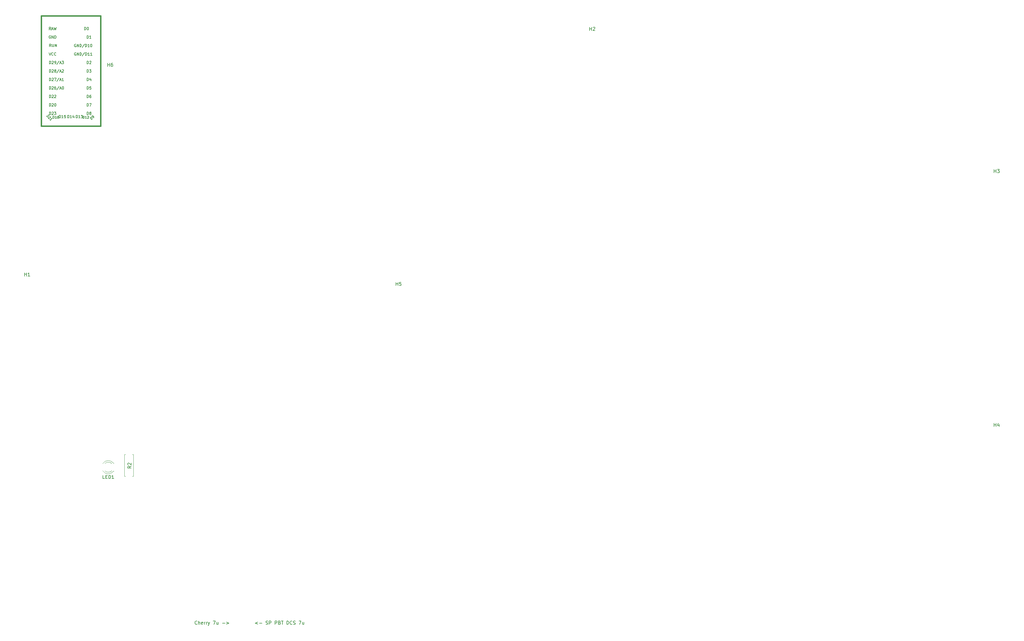
<source format=gbr>
%TF.GenerationSoftware,KiCad,Pcbnew,8.0.2*%
%TF.CreationDate,2024-06-15T15:47:28-07:00*%
%TF.ProjectId,dimension-PCB,64696d65-6e73-4696-9f6e-2d5043422e6b,rev?*%
%TF.SameCoordinates,Original*%
%TF.FileFunction,Legend,Top*%
%TF.FilePolarity,Positive*%
%FSLAX46Y46*%
G04 Gerber Fmt 4.6, Leading zero omitted, Abs format (unit mm)*
G04 Created by KiCad (PCBNEW 8.0.2) date 2024-06-15 15:47:28*
%MOMM*%
%LPD*%
G01*
G04 APERTURE LIST*
%ADD10C,0.150000*%
%ADD11C,0.120000*%
%ADD12C,0.381000*%
%ADD13C,1.750000*%
%ADD14C,3.987800*%
%ADD15R,1.800000X1.800000*%
%ADD16C,1.800000*%
%ADD17C,4.300000*%
%ADD18C,1.600000*%
%ADD19O,1.600000X1.600000*%
%ADD20C,3.048000*%
%ADD21C,8.400000*%
%ADD22R,1.752600X1.752600*%
%ADD23C,1.752600*%
%ADD24O,1.800000X1.800000*%
%ADD25O,1.500000X1.500000*%
%ADD26O,1.700000X1.700000*%
%ADD27R,1.700000X1.700000*%
G04 APERTURE END LIST*
D10*
X129198684Y-231203152D02*
X128436779Y-231488866D01*
X128436779Y-231488866D02*
X129198684Y-231774580D01*
X129674874Y-231488866D02*
X130436779Y-231488866D01*
X131627255Y-231822200D02*
X131770112Y-231869819D01*
X131770112Y-231869819D02*
X132008207Y-231869819D01*
X132008207Y-231869819D02*
X132103445Y-231822200D01*
X132103445Y-231822200D02*
X132151064Y-231774580D01*
X132151064Y-231774580D02*
X132198683Y-231679342D01*
X132198683Y-231679342D02*
X132198683Y-231584104D01*
X132198683Y-231584104D02*
X132151064Y-231488866D01*
X132151064Y-231488866D02*
X132103445Y-231441247D01*
X132103445Y-231441247D02*
X132008207Y-231393628D01*
X132008207Y-231393628D02*
X131817731Y-231346009D01*
X131817731Y-231346009D02*
X131722493Y-231298390D01*
X131722493Y-231298390D02*
X131674874Y-231250771D01*
X131674874Y-231250771D02*
X131627255Y-231155533D01*
X131627255Y-231155533D02*
X131627255Y-231060295D01*
X131627255Y-231060295D02*
X131674874Y-230965057D01*
X131674874Y-230965057D02*
X131722493Y-230917438D01*
X131722493Y-230917438D02*
X131817731Y-230869819D01*
X131817731Y-230869819D02*
X132055826Y-230869819D01*
X132055826Y-230869819D02*
X132198683Y-230917438D01*
X132627255Y-231869819D02*
X132627255Y-230869819D01*
X132627255Y-230869819D02*
X133008207Y-230869819D01*
X133008207Y-230869819D02*
X133103445Y-230917438D01*
X133103445Y-230917438D02*
X133151064Y-230965057D01*
X133151064Y-230965057D02*
X133198683Y-231060295D01*
X133198683Y-231060295D02*
X133198683Y-231203152D01*
X133198683Y-231203152D02*
X133151064Y-231298390D01*
X133151064Y-231298390D02*
X133103445Y-231346009D01*
X133103445Y-231346009D02*
X133008207Y-231393628D01*
X133008207Y-231393628D02*
X132627255Y-231393628D01*
X134389160Y-231869819D02*
X134389160Y-230869819D01*
X134389160Y-230869819D02*
X134770112Y-230869819D01*
X134770112Y-230869819D02*
X134865350Y-230917438D01*
X134865350Y-230917438D02*
X134912969Y-230965057D01*
X134912969Y-230965057D02*
X134960588Y-231060295D01*
X134960588Y-231060295D02*
X134960588Y-231203152D01*
X134960588Y-231203152D02*
X134912969Y-231298390D01*
X134912969Y-231298390D02*
X134865350Y-231346009D01*
X134865350Y-231346009D02*
X134770112Y-231393628D01*
X134770112Y-231393628D02*
X134389160Y-231393628D01*
X135722493Y-231346009D02*
X135865350Y-231393628D01*
X135865350Y-231393628D02*
X135912969Y-231441247D01*
X135912969Y-231441247D02*
X135960588Y-231536485D01*
X135960588Y-231536485D02*
X135960588Y-231679342D01*
X135960588Y-231679342D02*
X135912969Y-231774580D01*
X135912969Y-231774580D02*
X135865350Y-231822200D01*
X135865350Y-231822200D02*
X135770112Y-231869819D01*
X135770112Y-231869819D02*
X135389160Y-231869819D01*
X135389160Y-231869819D02*
X135389160Y-230869819D01*
X135389160Y-230869819D02*
X135722493Y-230869819D01*
X135722493Y-230869819D02*
X135817731Y-230917438D01*
X135817731Y-230917438D02*
X135865350Y-230965057D01*
X135865350Y-230965057D02*
X135912969Y-231060295D01*
X135912969Y-231060295D02*
X135912969Y-231155533D01*
X135912969Y-231155533D02*
X135865350Y-231250771D01*
X135865350Y-231250771D02*
X135817731Y-231298390D01*
X135817731Y-231298390D02*
X135722493Y-231346009D01*
X135722493Y-231346009D02*
X135389160Y-231346009D01*
X136246303Y-230869819D02*
X136817731Y-230869819D01*
X136532017Y-231869819D02*
X136532017Y-230869819D01*
X137912970Y-231869819D02*
X137912970Y-230869819D01*
X137912970Y-230869819D02*
X138151065Y-230869819D01*
X138151065Y-230869819D02*
X138293922Y-230917438D01*
X138293922Y-230917438D02*
X138389160Y-231012676D01*
X138389160Y-231012676D02*
X138436779Y-231107914D01*
X138436779Y-231107914D02*
X138484398Y-231298390D01*
X138484398Y-231298390D02*
X138484398Y-231441247D01*
X138484398Y-231441247D02*
X138436779Y-231631723D01*
X138436779Y-231631723D02*
X138389160Y-231726961D01*
X138389160Y-231726961D02*
X138293922Y-231822200D01*
X138293922Y-231822200D02*
X138151065Y-231869819D01*
X138151065Y-231869819D02*
X137912970Y-231869819D01*
X139484398Y-231774580D02*
X139436779Y-231822200D01*
X139436779Y-231822200D02*
X139293922Y-231869819D01*
X139293922Y-231869819D02*
X139198684Y-231869819D01*
X139198684Y-231869819D02*
X139055827Y-231822200D01*
X139055827Y-231822200D02*
X138960589Y-231726961D01*
X138960589Y-231726961D02*
X138912970Y-231631723D01*
X138912970Y-231631723D02*
X138865351Y-231441247D01*
X138865351Y-231441247D02*
X138865351Y-231298390D01*
X138865351Y-231298390D02*
X138912970Y-231107914D01*
X138912970Y-231107914D02*
X138960589Y-231012676D01*
X138960589Y-231012676D02*
X139055827Y-230917438D01*
X139055827Y-230917438D02*
X139198684Y-230869819D01*
X139198684Y-230869819D02*
X139293922Y-230869819D01*
X139293922Y-230869819D02*
X139436779Y-230917438D01*
X139436779Y-230917438D02*
X139484398Y-230965057D01*
X139865351Y-231822200D02*
X140008208Y-231869819D01*
X140008208Y-231869819D02*
X140246303Y-231869819D01*
X140246303Y-231869819D02*
X140341541Y-231822200D01*
X140341541Y-231822200D02*
X140389160Y-231774580D01*
X140389160Y-231774580D02*
X140436779Y-231679342D01*
X140436779Y-231679342D02*
X140436779Y-231584104D01*
X140436779Y-231584104D02*
X140389160Y-231488866D01*
X140389160Y-231488866D02*
X140341541Y-231441247D01*
X140341541Y-231441247D02*
X140246303Y-231393628D01*
X140246303Y-231393628D02*
X140055827Y-231346009D01*
X140055827Y-231346009D02*
X139960589Y-231298390D01*
X139960589Y-231298390D02*
X139912970Y-231250771D01*
X139912970Y-231250771D02*
X139865351Y-231155533D01*
X139865351Y-231155533D02*
X139865351Y-231060295D01*
X139865351Y-231060295D02*
X139912970Y-230965057D01*
X139912970Y-230965057D02*
X139960589Y-230917438D01*
X139960589Y-230917438D02*
X140055827Y-230869819D01*
X140055827Y-230869819D02*
X140293922Y-230869819D01*
X140293922Y-230869819D02*
X140436779Y-230917438D01*
X141532018Y-230869819D02*
X142198684Y-230869819D01*
X142198684Y-230869819D02*
X141770113Y-231869819D01*
X143008208Y-231203152D02*
X143008208Y-231869819D01*
X142579637Y-231203152D02*
X142579637Y-231726961D01*
X142579637Y-231726961D02*
X142627256Y-231822200D01*
X142627256Y-231822200D02*
X142722494Y-231869819D01*
X142722494Y-231869819D02*
X142865351Y-231869819D01*
X142865351Y-231869819D02*
X142960589Y-231822200D01*
X142960589Y-231822200D02*
X143008208Y-231774580D01*
X111008207Y-231774580D02*
X110960588Y-231822200D01*
X110960588Y-231822200D02*
X110817731Y-231869819D01*
X110817731Y-231869819D02*
X110722493Y-231869819D01*
X110722493Y-231869819D02*
X110579636Y-231822200D01*
X110579636Y-231822200D02*
X110484398Y-231726961D01*
X110484398Y-231726961D02*
X110436779Y-231631723D01*
X110436779Y-231631723D02*
X110389160Y-231441247D01*
X110389160Y-231441247D02*
X110389160Y-231298390D01*
X110389160Y-231298390D02*
X110436779Y-231107914D01*
X110436779Y-231107914D02*
X110484398Y-231012676D01*
X110484398Y-231012676D02*
X110579636Y-230917438D01*
X110579636Y-230917438D02*
X110722493Y-230869819D01*
X110722493Y-230869819D02*
X110817731Y-230869819D01*
X110817731Y-230869819D02*
X110960588Y-230917438D01*
X110960588Y-230917438D02*
X111008207Y-230965057D01*
X111436779Y-231869819D02*
X111436779Y-230869819D01*
X111865350Y-231869819D02*
X111865350Y-231346009D01*
X111865350Y-231346009D02*
X111817731Y-231250771D01*
X111817731Y-231250771D02*
X111722493Y-231203152D01*
X111722493Y-231203152D02*
X111579636Y-231203152D01*
X111579636Y-231203152D02*
X111484398Y-231250771D01*
X111484398Y-231250771D02*
X111436779Y-231298390D01*
X112722493Y-231822200D02*
X112627255Y-231869819D01*
X112627255Y-231869819D02*
X112436779Y-231869819D01*
X112436779Y-231869819D02*
X112341541Y-231822200D01*
X112341541Y-231822200D02*
X112293922Y-231726961D01*
X112293922Y-231726961D02*
X112293922Y-231346009D01*
X112293922Y-231346009D02*
X112341541Y-231250771D01*
X112341541Y-231250771D02*
X112436779Y-231203152D01*
X112436779Y-231203152D02*
X112627255Y-231203152D01*
X112627255Y-231203152D02*
X112722493Y-231250771D01*
X112722493Y-231250771D02*
X112770112Y-231346009D01*
X112770112Y-231346009D02*
X112770112Y-231441247D01*
X112770112Y-231441247D02*
X112293922Y-231536485D01*
X113198684Y-231869819D02*
X113198684Y-231203152D01*
X113198684Y-231393628D02*
X113246303Y-231298390D01*
X113246303Y-231298390D02*
X113293922Y-231250771D01*
X113293922Y-231250771D02*
X113389160Y-231203152D01*
X113389160Y-231203152D02*
X113484398Y-231203152D01*
X113817732Y-231869819D02*
X113817732Y-231203152D01*
X113817732Y-231393628D02*
X113865351Y-231298390D01*
X113865351Y-231298390D02*
X113912970Y-231250771D01*
X113912970Y-231250771D02*
X114008208Y-231203152D01*
X114008208Y-231203152D02*
X114103446Y-231203152D01*
X114341542Y-231203152D02*
X114579637Y-231869819D01*
X114817732Y-231203152D02*
X114579637Y-231869819D01*
X114579637Y-231869819D02*
X114484399Y-232107914D01*
X114484399Y-232107914D02*
X114436780Y-232155533D01*
X114436780Y-232155533D02*
X114341542Y-232203152D01*
X115865352Y-230869819D02*
X116532018Y-230869819D01*
X116532018Y-230869819D02*
X116103447Y-231869819D01*
X117341542Y-231203152D02*
X117341542Y-231869819D01*
X116912971Y-231203152D02*
X116912971Y-231726961D01*
X116912971Y-231726961D02*
X116960590Y-231822200D01*
X116960590Y-231822200D02*
X117055828Y-231869819D01*
X117055828Y-231869819D02*
X117198685Y-231869819D01*
X117198685Y-231869819D02*
X117293923Y-231822200D01*
X117293923Y-231822200D02*
X117341542Y-231774580D01*
X118579638Y-231488866D02*
X119341543Y-231488866D01*
X119817733Y-231203152D02*
X120579638Y-231488866D01*
X120579638Y-231488866D02*
X119817733Y-231774580D01*
X83310952Y-188194819D02*
X82834762Y-188194819D01*
X82834762Y-188194819D02*
X82834762Y-187194819D01*
X83644286Y-187671009D02*
X83977619Y-187671009D01*
X84120476Y-188194819D02*
X83644286Y-188194819D01*
X83644286Y-188194819D02*
X83644286Y-187194819D01*
X83644286Y-187194819D02*
X84120476Y-187194819D01*
X84549048Y-188194819D02*
X84549048Y-187194819D01*
X84549048Y-187194819D02*
X84787143Y-187194819D01*
X84787143Y-187194819D02*
X84930000Y-187242438D01*
X84930000Y-187242438D02*
X85025238Y-187337676D01*
X85025238Y-187337676D02*
X85072857Y-187432914D01*
X85072857Y-187432914D02*
X85120476Y-187623390D01*
X85120476Y-187623390D02*
X85120476Y-187766247D01*
X85120476Y-187766247D02*
X85072857Y-187956723D01*
X85072857Y-187956723D02*
X85025238Y-188051961D01*
X85025238Y-188051961D02*
X84930000Y-188147200D01*
X84930000Y-188147200D02*
X84787143Y-188194819D01*
X84787143Y-188194819D02*
X84549048Y-188194819D01*
X86072857Y-188194819D02*
X85501429Y-188194819D01*
X85787143Y-188194819D02*
X85787143Y-187194819D01*
X85787143Y-187194819D02*
X85691905Y-187337676D01*
X85691905Y-187337676D02*
X85596667Y-187432914D01*
X85596667Y-187432914D02*
X85501429Y-187480533D01*
X349788095Y-96582319D02*
X349788095Y-95582319D01*
X349788095Y-96058509D02*
X350359523Y-96058509D01*
X350359523Y-96582319D02*
X350359523Y-95582319D01*
X350740476Y-95582319D02*
X351359523Y-95582319D01*
X351359523Y-95582319D02*
X351026190Y-95963271D01*
X351026190Y-95963271D02*
X351169047Y-95963271D01*
X351169047Y-95963271D02*
X351264285Y-96010890D01*
X351264285Y-96010890D02*
X351311904Y-96058509D01*
X351311904Y-96058509D02*
X351359523Y-96153747D01*
X351359523Y-96153747D02*
X351359523Y-96391842D01*
X351359523Y-96391842D02*
X351311904Y-96487080D01*
X351311904Y-96487080D02*
X351264285Y-96534700D01*
X351264285Y-96534700D02*
X351169047Y-96582319D01*
X351169047Y-96582319D02*
X350883333Y-96582319D01*
X350883333Y-96582319D02*
X350788095Y-96534700D01*
X350788095Y-96534700D02*
X350740476Y-96487080D01*
X91254819Y-184466666D02*
X90778628Y-184799999D01*
X91254819Y-185038094D02*
X90254819Y-185038094D01*
X90254819Y-185038094D02*
X90254819Y-184657142D01*
X90254819Y-184657142D02*
X90302438Y-184561904D01*
X90302438Y-184561904D02*
X90350057Y-184514285D01*
X90350057Y-184514285D02*
X90445295Y-184466666D01*
X90445295Y-184466666D02*
X90588152Y-184466666D01*
X90588152Y-184466666D02*
X90683390Y-184514285D01*
X90683390Y-184514285D02*
X90731009Y-184561904D01*
X90731009Y-184561904D02*
X90778628Y-184657142D01*
X90778628Y-184657142D02*
X90778628Y-185038094D01*
X90350057Y-184085713D02*
X90302438Y-184038094D01*
X90302438Y-184038094D02*
X90254819Y-183942856D01*
X90254819Y-183942856D02*
X90254819Y-183704761D01*
X90254819Y-183704761D02*
X90302438Y-183609523D01*
X90302438Y-183609523D02*
X90350057Y-183561904D01*
X90350057Y-183561904D02*
X90445295Y-183514285D01*
X90445295Y-183514285D02*
X90540533Y-183514285D01*
X90540533Y-183514285D02*
X90683390Y-183561904D01*
X90683390Y-183561904D02*
X91254819Y-184133332D01*
X91254819Y-184133332D02*
X91254819Y-183514285D01*
X349788095Y-172582319D02*
X349788095Y-171582319D01*
X349788095Y-172058509D02*
X350359523Y-172058509D01*
X350359523Y-172582319D02*
X350359523Y-171582319D01*
X351264285Y-171915652D02*
X351264285Y-172582319D01*
X351026190Y-171534700D02*
X350788095Y-172248985D01*
X350788095Y-172248985D02*
X351407142Y-172248985D01*
X84238095Y-64704819D02*
X84238095Y-63704819D01*
X84238095Y-64181009D02*
X84809523Y-64181009D01*
X84809523Y-64704819D02*
X84809523Y-63704819D01*
X85714285Y-63704819D02*
X85523809Y-63704819D01*
X85523809Y-63704819D02*
X85428571Y-63752438D01*
X85428571Y-63752438D02*
X85380952Y-63800057D01*
X85380952Y-63800057D02*
X85285714Y-63942914D01*
X85285714Y-63942914D02*
X85238095Y-64133390D01*
X85238095Y-64133390D02*
X85238095Y-64514342D01*
X85238095Y-64514342D02*
X85285714Y-64609580D01*
X85285714Y-64609580D02*
X85333333Y-64657200D01*
X85333333Y-64657200D02*
X85428571Y-64704819D01*
X85428571Y-64704819D02*
X85619047Y-64704819D01*
X85619047Y-64704819D02*
X85714285Y-64657200D01*
X85714285Y-64657200D02*
X85761904Y-64609580D01*
X85761904Y-64609580D02*
X85809523Y-64514342D01*
X85809523Y-64514342D02*
X85809523Y-64276247D01*
X85809523Y-64276247D02*
X85761904Y-64181009D01*
X85761904Y-64181009D02*
X85714285Y-64133390D01*
X85714285Y-64133390D02*
X85619047Y-64085771D01*
X85619047Y-64085771D02*
X85428571Y-64085771D01*
X85428571Y-64085771D02*
X85333333Y-64133390D01*
X85333333Y-64133390D02*
X85285714Y-64181009D01*
X85285714Y-64181009D02*
X85238095Y-64276247D01*
X59368095Y-127504819D02*
X59368095Y-126504819D01*
X59368095Y-126981009D02*
X59939523Y-126981009D01*
X59939523Y-127504819D02*
X59939523Y-126504819D01*
X60939523Y-127504819D02*
X60368095Y-127504819D01*
X60653809Y-127504819D02*
X60653809Y-126504819D01*
X60653809Y-126504819D02*
X60558571Y-126647676D01*
X60558571Y-126647676D02*
X60463333Y-126742914D01*
X60463333Y-126742914D02*
X60368095Y-126790533D01*
X170588095Y-130369819D02*
X170588095Y-129369819D01*
X170588095Y-129846009D02*
X171159523Y-129846009D01*
X171159523Y-130369819D02*
X171159523Y-129369819D01*
X172111904Y-129369819D02*
X171635714Y-129369819D01*
X171635714Y-129369819D02*
X171588095Y-129846009D01*
X171588095Y-129846009D02*
X171635714Y-129798390D01*
X171635714Y-129798390D02*
X171730952Y-129750771D01*
X171730952Y-129750771D02*
X171969047Y-129750771D01*
X171969047Y-129750771D02*
X172064285Y-129798390D01*
X172064285Y-129798390D02*
X172111904Y-129846009D01*
X172111904Y-129846009D02*
X172159523Y-129941247D01*
X172159523Y-129941247D02*
X172159523Y-130179342D01*
X172159523Y-130179342D02*
X172111904Y-130274580D01*
X172111904Y-130274580D02*
X172064285Y-130322200D01*
X172064285Y-130322200D02*
X171969047Y-130369819D01*
X171969047Y-130369819D02*
X171730952Y-130369819D01*
X171730952Y-130369819D02*
X171635714Y-130322200D01*
X171635714Y-130322200D02*
X171588095Y-130274580D01*
X228638095Y-53954819D02*
X228638095Y-52954819D01*
X228638095Y-53431009D02*
X229209523Y-53431009D01*
X229209523Y-53954819D02*
X229209523Y-52954819D01*
X229638095Y-53050057D02*
X229685714Y-53002438D01*
X229685714Y-53002438D02*
X229780952Y-52954819D01*
X229780952Y-52954819D02*
X230019047Y-52954819D01*
X230019047Y-52954819D02*
X230114285Y-53002438D01*
X230114285Y-53002438D02*
X230161904Y-53050057D01*
X230161904Y-53050057D02*
X230209523Y-53145295D01*
X230209523Y-53145295D02*
X230209523Y-53240533D01*
X230209523Y-53240533D02*
X230161904Y-53383390D01*
X230161904Y-53383390D02*
X229590476Y-53954819D01*
X229590476Y-53954819D02*
X230209523Y-53954819D01*
X78070524Y-63922295D02*
X78070524Y-63122295D01*
X78070524Y-63122295D02*
X78261000Y-63122295D01*
X78261000Y-63122295D02*
X78375286Y-63160390D01*
X78375286Y-63160390D02*
X78451476Y-63236580D01*
X78451476Y-63236580D02*
X78489571Y-63312771D01*
X78489571Y-63312771D02*
X78527667Y-63465152D01*
X78527667Y-63465152D02*
X78527667Y-63579438D01*
X78527667Y-63579438D02*
X78489571Y-63731819D01*
X78489571Y-63731819D02*
X78451476Y-63808009D01*
X78451476Y-63808009D02*
X78375286Y-63884200D01*
X78375286Y-63884200D02*
X78261000Y-63922295D01*
X78261000Y-63922295D02*
X78070524Y-63922295D01*
X78832428Y-63198485D02*
X78870524Y-63160390D01*
X78870524Y-63160390D02*
X78946714Y-63122295D01*
X78946714Y-63122295D02*
X79137190Y-63122295D01*
X79137190Y-63122295D02*
X79213381Y-63160390D01*
X79213381Y-63160390D02*
X79251476Y-63198485D01*
X79251476Y-63198485D02*
X79289571Y-63274676D01*
X79289571Y-63274676D02*
X79289571Y-63350866D01*
X79289571Y-63350866D02*
X79251476Y-63465152D01*
X79251476Y-63465152D02*
X78794333Y-63922295D01*
X78794333Y-63922295D02*
X79289571Y-63922295D01*
X66767571Y-74082295D02*
X66767571Y-73282295D01*
X66767571Y-73282295D02*
X66958047Y-73282295D01*
X66958047Y-73282295D02*
X67072333Y-73320390D01*
X67072333Y-73320390D02*
X67148523Y-73396580D01*
X67148523Y-73396580D02*
X67186618Y-73472771D01*
X67186618Y-73472771D02*
X67224714Y-73625152D01*
X67224714Y-73625152D02*
X67224714Y-73739438D01*
X67224714Y-73739438D02*
X67186618Y-73891819D01*
X67186618Y-73891819D02*
X67148523Y-73968009D01*
X67148523Y-73968009D02*
X67072333Y-74044200D01*
X67072333Y-74044200D02*
X66958047Y-74082295D01*
X66958047Y-74082295D02*
X66767571Y-74082295D01*
X67529475Y-73358485D02*
X67567571Y-73320390D01*
X67567571Y-73320390D02*
X67643761Y-73282295D01*
X67643761Y-73282295D02*
X67834237Y-73282295D01*
X67834237Y-73282295D02*
X67910428Y-73320390D01*
X67910428Y-73320390D02*
X67948523Y-73358485D01*
X67948523Y-73358485D02*
X67986618Y-73434676D01*
X67986618Y-73434676D02*
X67986618Y-73510866D01*
X67986618Y-73510866D02*
X67948523Y-73625152D01*
X67948523Y-73625152D02*
X67491380Y-74082295D01*
X67491380Y-74082295D02*
X67986618Y-74082295D01*
X68291380Y-73358485D02*
X68329476Y-73320390D01*
X68329476Y-73320390D02*
X68405666Y-73282295D01*
X68405666Y-73282295D02*
X68596142Y-73282295D01*
X68596142Y-73282295D02*
X68672333Y-73320390D01*
X68672333Y-73320390D02*
X68710428Y-73358485D01*
X68710428Y-73358485D02*
X68748523Y-73434676D01*
X68748523Y-73434676D02*
X68748523Y-73510866D01*
X68748523Y-73510866D02*
X68710428Y-73625152D01*
X68710428Y-73625152D02*
X68253285Y-74082295D01*
X68253285Y-74082295D02*
X68748523Y-74082295D01*
X78070524Y-76622295D02*
X78070524Y-75822295D01*
X78070524Y-75822295D02*
X78261000Y-75822295D01*
X78261000Y-75822295D02*
X78375286Y-75860390D01*
X78375286Y-75860390D02*
X78451476Y-75936580D01*
X78451476Y-75936580D02*
X78489571Y-76012771D01*
X78489571Y-76012771D02*
X78527667Y-76165152D01*
X78527667Y-76165152D02*
X78527667Y-76279438D01*
X78527667Y-76279438D02*
X78489571Y-76431819D01*
X78489571Y-76431819D02*
X78451476Y-76508009D01*
X78451476Y-76508009D02*
X78375286Y-76584200D01*
X78375286Y-76584200D02*
X78261000Y-76622295D01*
X78261000Y-76622295D02*
X78070524Y-76622295D01*
X78794333Y-75822295D02*
X79327667Y-75822295D01*
X79327667Y-75822295D02*
X78984809Y-76622295D01*
X66775714Y-71542295D02*
X66775714Y-70742295D01*
X66775714Y-70742295D02*
X66966190Y-70742295D01*
X66966190Y-70742295D02*
X67080476Y-70780390D01*
X67080476Y-70780390D02*
X67156666Y-70856580D01*
X67156666Y-70856580D02*
X67194761Y-70932771D01*
X67194761Y-70932771D02*
X67232857Y-71085152D01*
X67232857Y-71085152D02*
X67232857Y-71199438D01*
X67232857Y-71199438D02*
X67194761Y-71351819D01*
X67194761Y-71351819D02*
X67156666Y-71428009D01*
X67156666Y-71428009D02*
X67080476Y-71504200D01*
X67080476Y-71504200D02*
X66966190Y-71542295D01*
X66966190Y-71542295D02*
X66775714Y-71542295D01*
X67537618Y-70818485D02*
X67575714Y-70780390D01*
X67575714Y-70780390D02*
X67651904Y-70742295D01*
X67651904Y-70742295D02*
X67842380Y-70742295D01*
X67842380Y-70742295D02*
X67918571Y-70780390D01*
X67918571Y-70780390D02*
X67956666Y-70818485D01*
X67956666Y-70818485D02*
X67994761Y-70894676D01*
X67994761Y-70894676D02*
X67994761Y-70970866D01*
X67994761Y-70970866D02*
X67956666Y-71085152D01*
X67956666Y-71085152D02*
X67499523Y-71542295D01*
X67499523Y-71542295D02*
X67994761Y-71542295D01*
X68680476Y-70742295D02*
X68528095Y-70742295D01*
X68528095Y-70742295D02*
X68451904Y-70780390D01*
X68451904Y-70780390D02*
X68413809Y-70818485D01*
X68413809Y-70818485D02*
X68337619Y-70932771D01*
X68337619Y-70932771D02*
X68299523Y-71085152D01*
X68299523Y-71085152D02*
X68299523Y-71389914D01*
X68299523Y-71389914D02*
X68337619Y-71466104D01*
X68337619Y-71466104D02*
X68375714Y-71504200D01*
X68375714Y-71504200D02*
X68451904Y-71542295D01*
X68451904Y-71542295D02*
X68604285Y-71542295D01*
X68604285Y-71542295D02*
X68680476Y-71504200D01*
X68680476Y-71504200D02*
X68718571Y-71466104D01*
X68718571Y-71466104D02*
X68756666Y-71389914D01*
X68756666Y-71389914D02*
X68756666Y-71199438D01*
X68756666Y-71199438D02*
X68718571Y-71123247D01*
X68718571Y-71123247D02*
X68680476Y-71085152D01*
X68680476Y-71085152D02*
X68604285Y-71047057D01*
X68604285Y-71047057D02*
X68451904Y-71047057D01*
X68451904Y-71047057D02*
X68375714Y-71085152D01*
X68375714Y-71085152D02*
X68337619Y-71123247D01*
X68337619Y-71123247D02*
X68299523Y-71199438D01*
X69670952Y-70704200D02*
X68985238Y-71732771D01*
X69899523Y-71313723D02*
X70280476Y-71313723D01*
X69823333Y-71542295D02*
X70090000Y-70742295D01*
X70090000Y-70742295D02*
X70356666Y-71542295D01*
X70775714Y-70742295D02*
X70851904Y-70742295D01*
X70851904Y-70742295D02*
X70928095Y-70780390D01*
X70928095Y-70780390D02*
X70966190Y-70818485D01*
X70966190Y-70818485D02*
X71004285Y-70894676D01*
X71004285Y-70894676D02*
X71042380Y-71047057D01*
X71042380Y-71047057D02*
X71042380Y-71237533D01*
X71042380Y-71237533D02*
X71004285Y-71389914D01*
X71004285Y-71389914D02*
X70966190Y-71466104D01*
X70966190Y-71466104D02*
X70928095Y-71504200D01*
X70928095Y-71504200D02*
X70851904Y-71542295D01*
X70851904Y-71542295D02*
X70775714Y-71542295D01*
X70775714Y-71542295D02*
X70699523Y-71504200D01*
X70699523Y-71504200D02*
X70661428Y-71466104D01*
X70661428Y-71466104D02*
X70623333Y-71389914D01*
X70623333Y-71389914D02*
X70585237Y-71237533D01*
X70585237Y-71237533D02*
X70585237Y-71047057D01*
X70585237Y-71047057D02*
X70623333Y-70894676D01*
X70623333Y-70894676D02*
X70661428Y-70818485D01*
X70661428Y-70818485D02*
X70699523Y-70780390D01*
X70699523Y-70780390D02*
X70775714Y-70742295D01*
X78070524Y-66462295D02*
X78070524Y-65662295D01*
X78070524Y-65662295D02*
X78261000Y-65662295D01*
X78261000Y-65662295D02*
X78375286Y-65700390D01*
X78375286Y-65700390D02*
X78451476Y-65776580D01*
X78451476Y-65776580D02*
X78489571Y-65852771D01*
X78489571Y-65852771D02*
X78527667Y-66005152D01*
X78527667Y-66005152D02*
X78527667Y-66119438D01*
X78527667Y-66119438D02*
X78489571Y-66271819D01*
X78489571Y-66271819D02*
X78451476Y-66348009D01*
X78451476Y-66348009D02*
X78375286Y-66424200D01*
X78375286Y-66424200D02*
X78261000Y-66462295D01*
X78261000Y-66462295D02*
X78070524Y-66462295D01*
X78794333Y-65662295D02*
X79289571Y-65662295D01*
X79289571Y-65662295D02*
X79022905Y-65967057D01*
X79022905Y-65967057D02*
X79137190Y-65967057D01*
X79137190Y-65967057D02*
X79213381Y-66005152D01*
X79213381Y-66005152D02*
X79251476Y-66043247D01*
X79251476Y-66043247D02*
X79289571Y-66119438D01*
X79289571Y-66119438D02*
X79289571Y-66309914D01*
X79289571Y-66309914D02*
X79251476Y-66386104D01*
X79251476Y-66386104D02*
X79213381Y-66424200D01*
X79213381Y-66424200D02*
X79137190Y-66462295D01*
X79137190Y-66462295D02*
X78908619Y-66462295D01*
X78908619Y-66462295D02*
X78832428Y-66424200D01*
X78832428Y-66424200D02*
X78794333Y-66386104D01*
X77309524Y-53762295D02*
X77309524Y-52962295D01*
X77309524Y-52962295D02*
X77500000Y-52962295D01*
X77500000Y-52962295D02*
X77614286Y-53000390D01*
X77614286Y-53000390D02*
X77690476Y-53076580D01*
X77690476Y-53076580D02*
X77728571Y-53152771D01*
X77728571Y-53152771D02*
X77766667Y-53305152D01*
X77766667Y-53305152D02*
X77766667Y-53419438D01*
X77766667Y-53419438D02*
X77728571Y-53571819D01*
X77728571Y-53571819D02*
X77690476Y-53648009D01*
X77690476Y-53648009D02*
X77614286Y-53724200D01*
X77614286Y-53724200D02*
X77500000Y-53762295D01*
X77500000Y-53762295D02*
X77309524Y-53762295D01*
X78261905Y-52962295D02*
X78338095Y-52962295D01*
X78338095Y-52962295D02*
X78414286Y-53000390D01*
X78414286Y-53000390D02*
X78452381Y-53038485D01*
X78452381Y-53038485D02*
X78490476Y-53114676D01*
X78490476Y-53114676D02*
X78528571Y-53267057D01*
X78528571Y-53267057D02*
X78528571Y-53457533D01*
X78528571Y-53457533D02*
X78490476Y-53609914D01*
X78490476Y-53609914D02*
X78452381Y-53686104D01*
X78452381Y-53686104D02*
X78414286Y-53724200D01*
X78414286Y-53724200D02*
X78338095Y-53762295D01*
X78338095Y-53762295D02*
X78261905Y-53762295D01*
X78261905Y-53762295D02*
X78185714Y-53724200D01*
X78185714Y-53724200D02*
X78147619Y-53686104D01*
X78147619Y-53686104D02*
X78109524Y-53609914D01*
X78109524Y-53609914D02*
X78071428Y-53457533D01*
X78071428Y-53457533D02*
X78071428Y-53267057D01*
X78071428Y-53267057D02*
X78109524Y-53114676D01*
X78109524Y-53114676D02*
X78147619Y-53038485D01*
X78147619Y-53038485D02*
X78185714Y-53000390D01*
X78185714Y-53000390D02*
X78261905Y-52962295D01*
X67289524Y-58812295D02*
X67022857Y-58431342D01*
X66832381Y-58812295D02*
X66832381Y-58012295D01*
X66832381Y-58012295D02*
X67137143Y-58012295D01*
X67137143Y-58012295D02*
X67213333Y-58050390D01*
X67213333Y-58050390D02*
X67251428Y-58088485D01*
X67251428Y-58088485D02*
X67289524Y-58164676D01*
X67289524Y-58164676D02*
X67289524Y-58278961D01*
X67289524Y-58278961D02*
X67251428Y-58355152D01*
X67251428Y-58355152D02*
X67213333Y-58393247D01*
X67213333Y-58393247D02*
X67137143Y-58431342D01*
X67137143Y-58431342D02*
X66832381Y-58431342D01*
X67632381Y-58012295D02*
X67632381Y-58659914D01*
X67632381Y-58659914D02*
X67670476Y-58736104D01*
X67670476Y-58736104D02*
X67708571Y-58774200D01*
X67708571Y-58774200D02*
X67784762Y-58812295D01*
X67784762Y-58812295D02*
X67937143Y-58812295D01*
X67937143Y-58812295D02*
X68013333Y-58774200D01*
X68013333Y-58774200D02*
X68051428Y-58736104D01*
X68051428Y-58736104D02*
X68089524Y-58659914D01*
X68089524Y-58659914D02*
X68089524Y-58012295D01*
X68470476Y-58812295D02*
X68470476Y-58012295D01*
X68470476Y-58012295D02*
X68927619Y-58812295D01*
X68927619Y-58812295D02*
X68927619Y-58012295D01*
X78070524Y-79162295D02*
X78070524Y-78362295D01*
X78070524Y-78362295D02*
X78261000Y-78362295D01*
X78261000Y-78362295D02*
X78375286Y-78400390D01*
X78375286Y-78400390D02*
X78451476Y-78476580D01*
X78451476Y-78476580D02*
X78489571Y-78552771D01*
X78489571Y-78552771D02*
X78527667Y-78705152D01*
X78527667Y-78705152D02*
X78527667Y-78819438D01*
X78527667Y-78819438D02*
X78489571Y-78971819D01*
X78489571Y-78971819D02*
X78451476Y-79048009D01*
X78451476Y-79048009D02*
X78375286Y-79124200D01*
X78375286Y-79124200D02*
X78261000Y-79162295D01*
X78261000Y-79162295D02*
X78070524Y-79162295D01*
X78984809Y-78705152D02*
X78908619Y-78667057D01*
X78908619Y-78667057D02*
X78870524Y-78628961D01*
X78870524Y-78628961D02*
X78832428Y-78552771D01*
X78832428Y-78552771D02*
X78832428Y-78514676D01*
X78832428Y-78514676D02*
X78870524Y-78438485D01*
X78870524Y-78438485D02*
X78908619Y-78400390D01*
X78908619Y-78400390D02*
X78984809Y-78362295D01*
X78984809Y-78362295D02*
X79137190Y-78362295D01*
X79137190Y-78362295D02*
X79213381Y-78400390D01*
X79213381Y-78400390D02*
X79251476Y-78438485D01*
X79251476Y-78438485D02*
X79289571Y-78514676D01*
X79289571Y-78514676D02*
X79289571Y-78552771D01*
X79289571Y-78552771D02*
X79251476Y-78628961D01*
X79251476Y-78628961D02*
X79213381Y-78667057D01*
X79213381Y-78667057D02*
X79137190Y-78705152D01*
X79137190Y-78705152D02*
X78984809Y-78705152D01*
X78984809Y-78705152D02*
X78908619Y-78743247D01*
X78908619Y-78743247D02*
X78870524Y-78781342D01*
X78870524Y-78781342D02*
X78832428Y-78857533D01*
X78832428Y-78857533D02*
X78832428Y-79009914D01*
X78832428Y-79009914D02*
X78870524Y-79086104D01*
X78870524Y-79086104D02*
X78908619Y-79124200D01*
X78908619Y-79124200D02*
X78984809Y-79162295D01*
X78984809Y-79162295D02*
X79137190Y-79162295D01*
X79137190Y-79162295D02*
X79213381Y-79124200D01*
X79213381Y-79124200D02*
X79251476Y-79086104D01*
X79251476Y-79086104D02*
X79289571Y-79009914D01*
X79289571Y-79009914D02*
X79289571Y-78857533D01*
X79289571Y-78857533D02*
X79251476Y-78781342D01*
X79251476Y-78781342D02*
X79213381Y-78743247D01*
X79213381Y-78743247D02*
X79137190Y-78705152D01*
X78070524Y-74082295D02*
X78070524Y-73282295D01*
X78070524Y-73282295D02*
X78261000Y-73282295D01*
X78261000Y-73282295D02*
X78375286Y-73320390D01*
X78375286Y-73320390D02*
X78451476Y-73396580D01*
X78451476Y-73396580D02*
X78489571Y-73472771D01*
X78489571Y-73472771D02*
X78527667Y-73625152D01*
X78527667Y-73625152D02*
X78527667Y-73739438D01*
X78527667Y-73739438D02*
X78489571Y-73891819D01*
X78489571Y-73891819D02*
X78451476Y-73968009D01*
X78451476Y-73968009D02*
X78375286Y-74044200D01*
X78375286Y-74044200D02*
X78261000Y-74082295D01*
X78261000Y-74082295D02*
X78070524Y-74082295D01*
X79213381Y-73282295D02*
X79061000Y-73282295D01*
X79061000Y-73282295D02*
X78984809Y-73320390D01*
X78984809Y-73320390D02*
X78946714Y-73358485D01*
X78946714Y-73358485D02*
X78870524Y-73472771D01*
X78870524Y-73472771D02*
X78832428Y-73625152D01*
X78832428Y-73625152D02*
X78832428Y-73929914D01*
X78832428Y-73929914D02*
X78870524Y-74006104D01*
X78870524Y-74006104D02*
X78908619Y-74044200D01*
X78908619Y-74044200D02*
X78984809Y-74082295D01*
X78984809Y-74082295D02*
X79137190Y-74082295D01*
X79137190Y-74082295D02*
X79213381Y-74044200D01*
X79213381Y-74044200D02*
X79251476Y-74006104D01*
X79251476Y-74006104D02*
X79289571Y-73929914D01*
X79289571Y-73929914D02*
X79289571Y-73739438D01*
X79289571Y-73739438D02*
X79251476Y-73663247D01*
X79251476Y-73663247D02*
X79213381Y-73625152D01*
X79213381Y-73625152D02*
X79137190Y-73587057D01*
X79137190Y-73587057D02*
X78984809Y-73587057D01*
X78984809Y-73587057D02*
X78908619Y-73625152D01*
X78908619Y-73625152D02*
X78870524Y-73663247D01*
X78870524Y-73663247D02*
X78832428Y-73739438D01*
X69688571Y-80132295D02*
X69688571Y-79332295D01*
X69688571Y-79332295D02*
X69879047Y-79332295D01*
X69879047Y-79332295D02*
X69993333Y-79370390D01*
X69993333Y-79370390D02*
X70069523Y-79446580D01*
X70069523Y-79446580D02*
X70107618Y-79522771D01*
X70107618Y-79522771D02*
X70145714Y-79675152D01*
X70145714Y-79675152D02*
X70145714Y-79789438D01*
X70145714Y-79789438D02*
X70107618Y-79941819D01*
X70107618Y-79941819D02*
X70069523Y-80018009D01*
X70069523Y-80018009D02*
X69993333Y-80094200D01*
X69993333Y-80094200D02*
X69879047Y-80132295D01*
X69879047Y-80132295D02*
X69688571Y-80132295D01*
X70907618Y-80132295D02*
X70450475Y-80132295D01*
X70679047Y-80132295D02*
X70679047Y-79332295D01*
X70679047Y-79332295D02*
X70602856Y-79446580D01*
X70602856Y-79446580D02*
X70526666Y-79522771D01*
X70526666Y-79522771D02*
X70450475Y-79560866D01*
X71631428Y-79332295D02*
X71250476Y-79332295D01*
X71250476Y-79332295D02*
X71212380Y-79713247D01*
X71212380Y-79713247D02*
X71250476Y-79675152D01*
X71250476Y-79675152D02*
X71326666Y-79637057D01*
X71326666Y-79637057D02*
X71517142Y-79637057D01*
X71517142Y-79637057D02*
X71593333Y-79675152D01*
X71593333Y-79675152D02*
X71631428Y-79713247D01*
X71631428Y-79713247D02*
X71669523Y-79789438D01*
X71669523Y-79789438D02*
X71669523Y-79979914D01*
X71669523Y-79979914D02*
X71631428Y-80056104D01*
X71631428Y-80056104D02*
X71593333Y-80094200D01*
X71593333Y-80094200D02*
X71517142Y-80132295D01*
X71517142Y-80132295D02*
X71326666Y-80132295D01*
X71326666Y-80132295D02*
X71250476Y-80094200D01*
X71250476Y-80094200D02*
X71212380Y-80056104D01*
X66767571Y-79162295D02*
X66767571Y-78362295D01*
X66767571Y-78362295D02*
X66958047Y-78362295D01*
X66958047Y-78362295D02*
X67072333Y-78400390D01*
X67072333Y-78400390D02*
X67148523Y-78476580D01*
X67148523Y-78476580D02*
X67186618Y-78552771D01*
X67186618Y-78552771D02*
X67224714Y-78705152D01*
X67224714Y-78705152D02*
X67224714Y-78819438D01*
X67224714Y-78819438D02*
X67186618Y-78971819D01*
X67186618Y-78971819D02*
X67148523Y-79048009D01*
X67148523Y-79048009D02*
X67072333Y-79124200D01*
X67072333Y-79124200D02*
X66958047Y-79162295D01*
X66958047Y-79162295D02*
X66767571Y-79162295D01*
X67529475Y-78438485D02*
X67567571Y-78400390D01*
X67567571Y-78400390D02*
X67643761Y-78362295D01*
X67643761Y-78362295D02*
X67834237Y-78362295D01*
X67834237Y-78362295D02*
X67910428Y-78400390D01*
X67910428Y-78400390D02*
X67948523Y-78438485D01*
X67948523Y-78438485D02*
X67986618Y-78514676D01*
X67986618Y-78514676D02*
X67986618Y-78590866D01*
X67986618Y-78590866D02*
X67948523Y-78705152D01*
X67948523Y-78705152D02*
X67491380Y-79162295D01*
X67491380Y-79162295D02*
X67986618Y-79162295D01*
X68253285Y-78362295D02*
X68748523Y-78362295D01*
X68748523Y-78362295D02*
X68481857Y-78667057D01*
X68481857Y-78667057D02*
X68596142Y-78667057D01*
X68596142Y-78667057D02*
X68672333Y-78705152D01*
X68672333Y-78705152D02*
X68710428Y-78743247D01*
X68710428Y-78743247D02*
X68748523Y-78819438D01*
X68748523Y-78819438D02*
X68748523Y-79009914D01*
X68748523Y-79009914D02*
X68710428Y-79086104D01*
X68710428Y-79086104D02*
X68672333Y-79124200D01*
X68672333Y-79124200D02*
X68596142Y-79162295D01*
X68596142Y-79162295D02*
X68367571Y-79162295D01*
X68367571Y-79162295D02*
X68291380Y-79124200D01*
X68291380Y-79124200D02*
X68253285Y-79086104D01*
X66785714Y-69012295D02*
X66785714Y-68212295D01*
X66785714Y-68212295D02*
X66976190Y-68212295D01*
X66976190Y-68212295D02*
X67090476Y-68250390D01*
X67090476Y-68250390D02*
X67166666Y-68326580D01*
X67166666Y-68326580D02*
X67204761Y-68402771D01*
X67204761Y-68402771D02*
X67242857Y-68555152D01*
X67242857Y-68555152D02*
X67242857Y-68669438D01*
X67242857Y-68669438D02*
X67204761Y-68821819D01*
X67204761Y-68821819D02*
X67166666Y-68898009D01*
X67166666Y-68898009D02*
X67090476Y-68974200D01*
X67090476Y-68974200D02*
X66976190Y-69012295D01*
X66976190Y-69012295D02*
X66785714Y-69012295D01*
X67547618Y-68288485D02*
X67585714Y-68250390D01*
X67585714Y-68250390D02*
X67661904Y-68212295D01*
X67661904Y-68212295D02*
X67852380Y-68212295D01*
X67852380Y-68212295D02*
X67928571Y-68250390D01*
X67928571Y-68250390D02*
X67966666Y-68288485D01*
X67966666Y-68288485D02*
X68004761Y-68364676D01*
X68004761Y-68364676D02*
X68004761Y-68440866D01*
X68004761Y-68440866D02*
X67966666Y-68555152D01*
X67966666Y-68555152D02*
X67509523Y-69012295D01*
X67509523Y-69012295D02*
X68004761Y-69012295D01*
X68271428Y-68212295D02*
X68804762Y-68212295D01*
X68804762Y-68212295D02*
X68461904Y-69012295D01*
X69680952Y-68174200D02*
X68995238Y-69202771D01*
X69909523Y-68783723D02*
X70290476Y-68783723D01*
X69833333Y-69012295D02*
X70100000Y-68212295D01*
X70100000Y-68212295D02*
X70366666Y-69012295D01*
X71052380Y-69012295D02*
X70595237Y-69012295D01*
X70823809Y-69012295D02*
X70823809Y-68212295D01*
X70823809Y-68212295D02*
X70747618Y-68326580D01*
X70747618Y-68326580D02*
X70671428Y-68402771D01*
X70671428Y-68402771D02*
X70595237Y-68440866D01*
X78070524Y-56302295D02*
X78070524Y-55502295D01*
X78070524Y-55502295D02*
X78261000Y-55502295D01*
X78261000Y-55502295D02*
X78375286Y-55540390D01*
X78375286Y-55540390D02*
X78451476Y-55616580D01*
X78451476Y-55616580D02*
X78489571Y-55692771D01*
X78489571Y-55692771D02*
X78527667Y-55845152D01*
X78527667Y-55845152D02*
X78527667Y-55959438D01*
X78527667Y-55959438D02*
X78489571Y-56111819D01*
X78489571Y-56111819D02*
X78451476Y-56188009D01*
X78451476Y-56188009D02*
X78375286Y-56264200D01*
X78375286Y-56264200D02*
X78261000Y-56302295D01*
X78261000Y-56302295D02*
X78070524Y-56302295D01*
X79289571Y-56302295D02*
X78832428Y-56302295D01*
X79061000Y-56302295D02*
X79061000Y-55502295D01*
X79061000Y-55502295D02*
X78984809Y-55616580D01*
X78984809Y-55616580D02*
X78908619Y-55692771D01*
X78908619Y-55692771D02*
X78832428Y-55730866D01*
X67129476Y-55540390D02*
X67053286Y-55502295D01*
X67053286Y-55502295D02*
X66939000Y-55502295D01*
X66939000Y-55502295D02*
X66824714Y-55540390D01*
X66824714Y-55540390D02*
X66748524Y-55616580D01*
X66748524Y-55616580D02*
X66710429Y-55692771D01*
X66710429Y-55692771D02*
X66672333Y-55845152D01*
X66672333Y-55845152D02*
X66672333Y-55959438D01*
X66672333Y-55959438D02*
X66710429Y-56111819D01*
X66710429Y-56111819D02*
X66748524Y-56188009D01*
X66748524Y-56188009D02*
X66824714Y-56264200D01*
X66824714Y-56264200D02*
X66939000Y-56302295D01*
X66939000Y-56302295D02*
X67015191Y-56302295D01*
X67015191Y-56302295D02*
X67129476Y-56264200D01*
X67129476Y-56264200D02*
X67167572Y-56226104D01*
X67167572Y-56226104D02*
X67167572Y-55959438D01*
X67167572Y-55959438D02*
X67015191Y-55959438D01*
X67510429Y-56302295D02*
X67510429Y-55502295D01*
X67510429Y-55502295D02*
X67967572Y-56302295D01*
X67967572Y-56302295D02*
X67967572Y-55502295D01*
X68348524Y-56302295D02*
X68348524Y-55502295D01*
X68348524Y-55502295D02*
X68539000Y-55502295D01*
X68539000Y-55502295D02*
X68653286Y-55540390D01*
X68653286Y-55540390D02*
X68729476Y-55616580D01*
X68729476Y-55616580D02*
X68767571Y-55692771D01*
X68767571Y-55692771D02*
X68805667Y-55845152D01*
X68805667Y-55845152D02*
X68805667Y-55959438D01*
X68805667Y-55959438D02*
X68767571Y-56111819D01*
X68767571Y-56111819D02*
X68729476Y-56188009D01*
X68729476Y-56188009D02*
X68653286Y-56264200D01*
X68653286Y-56264200D02*
X68539000Y-56302295D01*
X68539000Y-56302295D02*
X68348524Y-56302295D01*
X79458131Y-80658807D02*
X78963156Y-80163832D01*
X78963156Y-80163832D02*
X79081007Y-80045981D01*
X79081007Y-80045981D02*
X79175288Y-79998841D01*
X79175288Y-79998841D02*
X79269569Y-79998841D01*
X79269569Y-79998841D02*
X79340279Y-80022411D01*
X79340279Y-80022411D02*
X79458131Y-80093122D01*
X79458131Y-80093122D02*
X79528841Y-80163832D01*
X79528841Y-80163832D02*
X79599552Y-80281683D01*
X79599552Y-80281683D02*
X79623122Y-80352394D01*
X79623122Y-80352394D02*
X79623122Y-80446675D01*
X79623122Y-80446675D02*
X79575982Y-80540956D01*
X79575982Y-80540956D02*
X79458131Y-80658807D01*
X79976676Y-80140262D02*
X80070956Y-80045981D01*
X80070956Y-80045981D02*
X80094527Y-79975271D01*
X80094527Y-79975271D02*
X80094527Y-79928130D01*
X80094527Y-79928130D02*
X80070956Y-79810279D01*
X80070956Y-79810279D02*
X80000246Y-79692428D01*
X80000246Y-79692428D02*
X79811684Y-79503866D01*
X79811684Y-79503866D02*
X79740973Y-79480296D01*
X79740973Y-79480296D02*
X79693833Y-79480296D01*
X79693833Y-79480296D02*
X79623122Y-79503866D01*
X79623122Y-79503866D02*
X79528841Y-79598147D01*
X79528841Y-79598147D02*
X79505271Y-79668858D01*
X79505271Y-79668858D02*
X79505271Y-79715998D01*
X79505271Y-79715998D02*
X79528841Y-79786709D01*
X79528841Y-79786709D02*
X79646692Y-79904560D01*
X79646692Y-79904560D02*
X79717403Y-79928130D01*
X79717403Y-79928130D02*
X79764543Y-79928130D01*
X79764543Y-79928130D02*
X79835254Y-79904560D01*
X79835254Y-79904560D02*
X79929535Y-79810279D01*
X79929535Y-79810279D02*
X79953105Y-79739568D01*
X79953105Y-79739568D02*
X79953105Y-79692428D01*
X79953105Y-79692428D02*
X79929535Y-79621717D01*
X66785714Y-66462295D02*
X66785714Y-65662295D01*
X66785714Y-65662295D02*
X66976190Y-65662295D01*
X66976190Y-65662295D02*
X67090476Y-65700390D01*
X67090476Y-65700390D02*
X67166666Y-65776580D01*
X67166666Y-65776580D02*
X67204761Y-65852771D01*
X67204761Y-65852771D02*
X67242857Y-66005152D01*
X67242857Y-66005152D02*
X67242857Y-66119438D01*
X67242857Y-66119438D02*
X67204761Y-66271819D01*
X67204761Y-66271819D02*
X67166666Y-66348009D01*
X67166666Y-66348009D02*
X67090476Y-66424200D01*
X67090476Y-66424200D02*
X66976190Y-66462295D01*
X66976190Y-66462295D02*
X66785714Y-66462295D01*
X67547618Y-65738485D02*
X67585714Y-65700390D01*
X67585714Y-65700390D02*
X67661904Y-65662295D01*
X67661904Y-65662295D02*
X67852380Y-65662295D01*
X67852380Y-65662295D02*
X67928571Y-65700390D01*
X67928571Y-65700390D02*
X67966666Y-65738485D01*
X67966666Y-65738485D02*
X68004761Y-65814676D01*
X68004761Y-65814676D02*
X68004761Y-65890866D01*
X68004761Y-65890866D02*
X67966666Y-66005152D01*
X67966666Y-66005152D02*
X67509523Y-66462295D01*
X67509523Y-66462295D02*
X68004761Y-66462295D01*
X68461904Y-66005152D02*
X68385714Y-65967057D01*
X68385714Y-65967057D02*
X68347619Y-65928961D01*
X68347619Y-65928961D02*
X68309523Y-65852771D01*
X68309523Y-65852771D02*
X68309523Y-65814676D01*
X68309523Y-65814676D02*
X68347619Y-65738485D01*
X68347619Y-65738485D02*
X68385714Y-65700390D01*
X68385714Y-65700390D02*
X68461904Y-65662295D01*
X68461904Y-65662295D02*
X68614285Y-65662295D01*
X68614285Y-65662295D02*
X68690476Y-65700390D01*
X68690476Y-65700390D02*
X68728571Y-65738485D01*
X68728571Y-65738485D02*
X68766666Y-65814676D01*
X68766666Y-65814676D02*
X68766666Y-65852771D01*
X68766666Y-65852771D02*
X68728571Y-65928961D01*
X68728571Y-65928961D02*
X68690476Y-65967057D01*
X68690476Y-65967057D02*
X68614285Y-66005152D01*
X68614285Y-66005152D02*
X68461904Y-66005152D01*
X68461904Y-66005152D02*
X68385714Y-66043247D01*
X68385714Y-66043247D02*
X68347619Y-66081342D01*
X68347619Y-66081342D02*
X68309523Y-66157533D01*
X68309523Y-66157533D02*
X68309523Y-66309914D01*
X68309523Y-66309914D02*
X68347619Y-66386104D01*
X68347619Y-66386104D02*
X68385714Y-66424200D01*
X68385714Y-66424200D02*
X68461904Y-66462295D01*
X68461904Y-66462295D02*
X68614285Y-66462295D01*
X68614285Y-66462295D02*
X68690476Y-66424200D01*
X68690476Y-66424200D02*
X68728571Y-66386104D01*
X68728571Y-66386104D02*
X68766666Y-66309914D01*
X68766666Y-66309914D02*
X68766666Y-66157533D01*
X68766666Y-66157533D02*
X68728571Y-66081342D01*
X68728571Y-66081342D02*
X68690476Y-66043247D01*
X68690476Y-66043247D02*
X68614285Y-66005152D01*
X69680952Y-65624200D02*
X68995238Y-66652771D01*
X69909523Y-66233723D02*
X70290476Y-66233723D01*
X69833333Y-66462295D02*
X70100000Y-65662295D01*
X70100000Y-65662295D02*
X70366666Y-66462295D01*
X70595237Y-65738485D02*
X70633333Y-65700390D01*
X70633333Y-65700390D02*
X70709523Y-65662295D01*
X70709523Y-65662295D02*
X70899999Y-65662295D01*
X70899999Y-65662295D02*
X70976190Y-65700390D01*
X70976190Y-65700390D02*
X71014285Y-65738485D01*
X71014285Y-65738485D02*
X71052380Y-65814676D01*
X71052380Y-65814676D02*
X71052380Y-65890866D01*
X71052380Y-65890866D02*
X71014285Y-66005152D01*
X71014285Y-66005152D02*
X70557142Y-66462295D01*
X70557142Y-66462295D02*
X71052380Y-66462295D01*
X78070524Y-69002295D02*
X78070524Y-68202295D01*
X78070524Y-68202295D02*
X78261000Y-68202295D01*
X78261000Y-68202295D02*
X78375286Y-68240390D01*
X78375286Y-68240390D02*
X78451476Y-68316580D01*
X78451476Y-68316580D02*
X78489571Y-68392771D01*
X78489571Y-68392771D02*
X78527667Y-68545152D01*
X78527667Y-68545152D02*
X78527667Y-68659438D01*
X78527667Y-68659438D02*
X78489571Y-68811819D01*
X78489571Y-68811819D02*
X78451476Y-68888009D01*
X78451476Y-68888009D02*
X78375286Y-68964200D01*
X78375286Y-68964200D02*
X78261000Y-69002295D01*
X78261000Y-69002295D02*
X78070524Y-69002295D01*
X79213381Y-68468961D02*
X79213381Y-69002295D01*
X79022905Y-68164200D02*
X78832428Y-68735628D01*
X78832428Y-68735628D02*
X79327667Y-68735628D01*
X66672333Y-60582295D02*
X66939000Y-61382295D01*
X66939000Y-61382295D02*
X67205666Y-60582295D01*
X67929476Y-61306104D02*
X67891380Y-61344200D01*
X67891380Y-61344200D02*
X67777095Y-61382295D01*
X67777095Y-61382295D02*
X67700904Y-61382295D01*
X67700904Y-61382295D02*
X67586618Y-61344200D01*
X67586618Y-61344200D02*
X67510428Y-61268009D01*
X67510428Y-61268009D02*
X67472333Y-61191819D01*
X67472333Y-61191819D02*
X67434237Y-61039438D01*
X67434237Y-61039438D02*
X67434237Y-60925152D01*
X67434237Y-60925152D02*
X67472333Y-60772771D01*
X67472333Y-60772771D02*
X67510428Y-60696580D01*
X67510428Y-60696580D02*
X67586618Y-60620390D01*
X67586618Y-60620390D02*
X67700904Y-60582295D01*
X67700904Y-60582295D02*
X67777095Y-60582295D01*
X67777095Y-60582295D02*
X67891380Y-60620390D01*
X67891380Y-60620390D02*
X67929476Y-60658485D01*
X68729476Y-61306104D02*
X68691380Y-61344200D01*
X68691380Y-61344200D02*
X68577095Y-61382295D01*
X68577095Y-61382295D02*
X68500904Y-61382295D01*
X68500904Y-61382295D02*
X68386618Y-61344200D01*
X68386618Y-61344200D02*
X68310428Y-61268009D01*
X68310428Y-61268009D02*
X68272333Y-61191819D01*
X68272333Y-61191819D02*
X68234237Y-61039438D01*
X68234237Y-61039438D02*
X68234237Y-60925152D01*
X68234237Y-60925152D02*
X68272333Y-60772771D01*
X68272333Y-60772771D02*
X68310428Y-60696580D01*
X68310428Y-60696580D02*
X68386618Y-60620390D01*
X68386618Y-60620390D02*
X68500904Y-60582295D01*
X68500904Y-60582295D02*
X68577095Y-60582295D01*
X68577095Y-60582295D02*
X68691380Y-60620390D01*
X68691380Y-60620390D02*
X68729476Y-60658485D01*
X67849999Y-80286033D02*
X67849999Y-79586033D01*
X67849999Y-79586033D02*
X68016666Y-79586033D01*
X68016666Y-79586033D02*
X68116666Y-79619366D01*
X68116666Y-79619366D02*
X68183333Y-79686033D01*
X68183333Y-79686033D02*
X68216666Y-79752700D01*
X68216666Y-79752700D02*
X68249999Y-79886033D01*
X68249999Y-79886033D02*
X68249999Y-79986033D01*
X68249999Y-79986033D02*
X68216666Y-80119366D01*
X68216666Y-80119366D02*
X68183333Y-80186033D01*
X68183333Y-80186033D02*
X68116666Y-80252700D01*
X68116666Y-80252700D02*
X68016666Y-80286033D01*
X68016666Y-80286033D02*
X67849999Y-80286033D01*
X68916666Y-80286033D02*
X68516666Y-80286033D01*
X68716666Y-80286033D02*
X68716666Y-79586033D01*
X68716666Y-79586033D02*
X68649999Y-79686033D01*
X68649999Y-79686033D02*
X68583333Y-79752700D01*
X68583333Y-79752700D02*
X68516666Y-79786033D01*
X69516666Y-79586033D02*
X69383333Y-79586033D01*
X69383333Y-79586033D02*
X69316666Y-79619366D01*
X69316666Y-79619366D02*
X69283333Y-79652700D01*
X69283333Y-79652700D02*
X69216666Y-79752700D01*
X69216666Y-79752700D02*
X69183333Y-79886033D01*
X69183333Y-79886033D02*
X69183333Y-80152700D01*
X69183333Y-80152700D02*
X69216666Y-80219366D01*
X69216666Y-80219366D02*
X69250000Y-80252700D01*
X69250000Y-80252700D02*
X69316666Y-80286033D01*
X69316666Y-80286033D02*
X69450000Y-80286033D01*
X69450000Y-80286033D02*
X69516666Y-80252700D01*
X69516666Y-80252700D02*
X69550000Y-80219366D01*
X69550000Y-80219366D02*
X69583333Y-80152700D01*
X69583333Y-80152700D02*
X69583333Y-79986033D01*
X69583333Y-79986033D02*
X69550000Y-79919366D01*
X69550000Y-79919366D02*
X69516666Y-79886033D01*
X69516666Y-79886033D02*
X69450000Y-79852700D01*
X69450000Y-79852700D02*
X69316666Y-79852700D01*
X69316666Y-79852700D02*
X69250000Y-79886033D01*
X69250000Y-79886033D02*
X69216666Y-79919366D01*
X69216666Y-79919366D02*
X69183333Y-79986033D01*
X72228571Y-80132295D02*
X72228571Y-79332295D01*
X72228571Y-79332295D02*
X72419047Y-79332295D01*
X72419047Y-79332295D02*
X72533333Y-79370390D01*
X72533333Y-79370390D02*
X72609523Y-79446580D01*
X72609523Y-79446580D02*
X72647618Y-79522771D01*
X72647618Y-79522771D02*
X72685714Y-79675152D01*
X72685714Y-79675152D02*
X72685714Y-79789438D01*
X72685714Y-79789438D02*
X72647618Y-79941819D01*
X72647618Y-79941819D02*
X72609523Y-80018009D01*
X72609523Y-80018009D02*
X72533333Y-80094200D01*
X72533333Y-80094200D02*
X72419047Y-80132295D01*
X72419047Y-80132295D02*
X72228571Y-80132295D01*
X73447618Y-80132295D02*
X72990475Y-80132295D01*
X73219047Y-80132295D02*
X73219047Y-79332295D01*
X73219047Y-79332295D02*
X73142856Y-79446580D01*
X73142856Y-79446580D02*
X73066666Y-79522771D01*
X73066666Y-79522771D02*
X72990475Y-79560866D01*
X74133333Y-79598961D02*
X74133333Y-80132295D01*
X73942857Y-79294200D02*
X73752380Y-79865628D01*
X73752380Y-79865628D02*
X74247619Y-79865628D01*
X78070524Y-71542295D02*
X78070524Y-70742295D01*
X78070524Y-70742295D02*
X78261000Y-70742295D01*
X78261000Y-70742295D02*
X78375286Y-70780390D01*
X78375286Y-70780390D02*
X78451476Y-70856580D01*
X78451476Y-70856580D02*
X78489571Y-70932771D01*
X78489571Y-70932771D02*
X78527667Y-71085152D01*
X78527667Y-71085152D02*
X78527667Y-71199438D01*
X78527667Y-71199438D02*
X78489571Y-71351819D01*
X78489571Y-71351819D02*
X78451476Y-71428009D01*
X78451476Y-71428009D02*
X78375286Y-71504200D01*
X78375286Y-71504200D02*
X78261000Y-71542295D01*
X78261000Y-71542295D02*
X78070524Y-71542295D01*
X79251476Y-70742295D02*
X78870524Y-70742295D01*
X78870524Y-70742295D02*
X78832428Y-71123247D01*
X78832428Y-71123247D02*
X78870524Y-71085152D01*
X78870524Y-71085152D02*
X78946714Y-71047057D01*
X78946714Y-71047057D02*
X79137190Y-71047057D01*
X79137190Y-71047057D02*
X79213381Y-71085152D01*
X79213381Y-71085152D02*
X79251476Y-71123247D01*
X79251476Y-71123247D02*
X79289571Y-71199438D01*
X79289571Y-71199438D02*
X79289571Y-71389914D01*
X79289571Y-71389914D02*
X79251476Y-71466104D01*
X79251476Y-71466104D02*
X79213381Y-71504200D01*
X79213381Y-71504200D02*
X79137190Y-71542295D01*
X79137190Y-71542295D02*
X78946714Y-71542295D01*
X78946714Y-71542295D02*
X78870524Y-71504200D01*
X78870524Y-71504200D02*
X78832428Y-71466104D01*
X67186619Y-53762295D02*
X66919952Y-53381342D01*
X66729476Y-53762295D02*
X66729476Y-52962295D01*
X66729476Y-52962295D02*
X67034238Y-52962295D01*
X67034238Y-52962295D02*
X67110428Y-53000390D01*
X67110428Y-53000390D02*
X67148523Y-53038485D01*
X67148523Y-53038485D02*
X67186619Y-53114676D01*
X67186619Y-53114676D02*
X67186619Y-53228961D01*
X67186619Y-53228961D02*
X67148523Y-53305152D01*
X67148523Y-53305152D02*
X67110428Y-53343247D01*
X67110428Y-53343247D02*
X67034238Y-53381342D01*
X67034238Y-53381342D02*
X66729476Y-53381342D01*
X67491380Y-53533723D02*
X67872333Y-53533723D01*
X67415190Y-53762295D02*
X67681857Y-52962295D01*
X67681857Y-52962295D02*
X67948523Y-53762295D01*
X68138999Y-52962295D02*
X68329475Y-53762295D01*
X68329475Y-53762295D02*
X68481856Y-53190866D01*
X68481856Y-53190866D02*
X68634237Y-53762295D01*
X68634237Y-53762295D02*
X68824714Y-52962295D01*
X74719523Y-60630390D02*
X74643333Y-60592295D01*
X74643333Y-60592295D02*
X74529047Y-60592295D01*
X74529047Y-60592295D02*
X74414761Y-60630390D01*
X74414761Y-60630390D02*
X74338571Y-60706580D01*
X74338571Y-60706580D02*
X74300476Y-60782771D01*
X74300476Y-60782771D02*
X74262380Y-60935152D01*
X74262380Y-60935152D02*
X74262380Y-61049438D01*
X74262380Y-61049438D02*
X74300476Y-61201819D01*
X74300476Y-61201819D02*
X74338571Y-61278009D01*
X74338571Y-61278009D02*
X74414761Y-61354200D01*
X74414761Y-61354200D02*
X74529047Y-61392295D01*
X74529047Y-61392295D02*
X74605238Y-61392295D01*
X74605238Y-61392295D02*
X74719523Y-61354200D01*
X74719523Y-61354200D02*
X74757619Y-61316104D01*
X74757619Y-61316104D02*
X74757619Y-61049438D01*
X74757619Y-61049438D02*
X74605238Y-61049438D01*
X75100476Y-61392295D02*
X75100476Y-60592295D01*
X75100476Y-60592295D02*
X75557619Y-61392295D01*
X75557619Y-61392295D02*
X75557619Y-60592295D01*
X75938571Y-61392295D02*
X75938571Y-60592295D01*
X75938571Y-60592295D02*
X76129047Y-60592295D01*
X76129047Y-60592295D02*
X76243333Y-60630390D01*
X76243333Y-60630390D02*
X76319523Y-60706580D01*
X76319523Y-60706580D02*
X76357618Y-60782771D01*
X76357618Y-60782771D02*
X76395714Y-60935152D01*
X76395714Y-60935152D02*
X76395714Y-61049438D01*
X76395714Y-61049438D02*
X76357618Y-61201819D01*
X76357618Y-61201819D02*
X76319523Y-61278009D01*
X76319523Y-61278009D02*
X76243333Y-61354200D01*
X76243333Y-61354200D02*
X76129047Y-61392295D01*
X76129047Y-61392295D02*
X75938571Y-61392295D01*
X77309999Y-60554200D02*
X76624285Y-61582771D01*
X77576666Y-61392295D02*
X77576666Y-60592295D01*
X77576666Y-60592295D02*
X77767142Y-60592295D01*
X77767142Y-60592295D02*
X77881428Y-60630390D01*
X77881428Y-60630390D02*
X77957618Y-60706580D01*
X77957618Y-60706580D02*
X77995713Y-60782771D01*
X77995713Y-60782771D02*
X78033809Y-60935152D01*
X78033809Y-60935152D02*
X78033809Y-61049438D01*
X78033809Y-61049438D02*
X77995713Y-61201819D01*
X77995713Y-61201819D02*
X77957618Y-61278009D01*
X77957618Y-61278009D02*
X77881428Y-61354200D01*
X77881428Y-61354200D02*
X77767142Y-61392295D01*
X77767142Y-61392295D02*
X77576666Y-61392295D01*
X78795713Y-61392295D02*
X78338570Y-61392295D01*
X78567142Y-61392295D02*
X78567142Y-60592295D01*
X78567142Y-60592295D02*
X78490951Y-60706580D01*
X78490951Y-60706580D02*
X78414761Y-60782771D01*
X78414761Y-60782771D02*
X78338570Y-60820866D01*
X79557618Y-61392295D02*
X79100475Y-61392295D01*
X79329047Y-61392295D02*
X79329047Y-60592295D01*
X79329047Y-60592295D02*
X79252856Y-60706580D01*
X79252856Y-60706580D02*
X79176666Y-60782771D01*
X79176666Y-60782771D02*
X79100475Y-60820866D01*
X66767571Y-76622295D02*
X66767571Y-75822295D01*
X66767571Y-75822295D02*
X66958047Y-75822295D01*
X66958047Y-75822295D02*
X67072333Y-75860390D01*
X67072333Y-75860390D02*
X67148523Y-75936580D01*
X67148523Y-75936580D02*
X67186618Y-76012771D01*
X67186618Y-76012771D02*
X67224714Y-76165152D01*
X67224714Y-76165152D02*
X67224714Y-76279438D01*
X67224714Y-76279438D02*
X67186618Y-76431819D01*
X67186618Y-76431819D02*
X67148523Y-76508009D01*
X67148523Y-76508009D02*
X67072333Y-76584200D01*
X67072333Y-76584200D02*
X66958047Y-76622295D01*
X66958047Y-76622295D02*
X66767571Y-76622295D01*
X67529475Y-75898485D02*
X67567571Y-75860390D01*
X67567571Y-75860390D02*
X67643761Y-75822295D01*
X67643761Y-75822295D02*
X67834237Y-75822295D01*
X67834237Y-75822295D02*
X67910428Y-75860390D01*
X67910428Y-75860390D02*
X67948523Y-75898485D01*
X67948523Y-75898485D02*
X67986618Y-75974676D01*
X67986618Y-75974676D02*
X67986618Y-76050866D01*
X67986618Y-76050866D02*
X67948523Y-76165152D01*
X67948523Y-76165152D02*
X67491380Y-76622295D01*
X67491380Y-76622295D02*
X67986618Y-76622295D01*
X68481857Y-75822295D02*
X68558047Y-75822295D01*
X68558047Y-75822295D02*
X68634238Y-75860390D01*
X68634238Y-75860390D02*
X68672333Y-75898485D01*
X68672333Y-75898485D02*
X68710428Y-75974676D01*
X68710428Y-75974676D02*
X68748523Y-76127057D01*
X68748523Y-76127057D02*
X68748523Y-76317533D01*
X68748523Y-76317533D02*
X68710428Y-76469914D01*
X68710428Y-76469914D02*
X68672333Y-76546104D01*
X68672333Y-76546104D02*
X68634238Y-76584200D01*
X68634238Y-76584200D02*
X68558047Y-76622295D01*
X68558047Y-76622295D02*
X68481857Y-76622295D01*
X68481857Y-76622295D02*
X68405666Y-76584200D01*
X68405666Y-76584200D02*
X68367571Y-76546104D01*
X68367571Y-76546104D02*
X68329476Y-76469914D01*
X68329476Y-76469914D02*
X68291380Y-76317533D01*
X68291380Y-76317533D02*
X68291380Y-76127057D01*
X68291380Y-76127057D02*
X68329476Y-75974676D01*
X68329476Y-75974676D02*
X68367571Y-75898485D01*
X68367571Y-75898485D02*
X68405666Y-75860390D01*
X68405666Y-75860390D02*
X68481857Y-75822295D01*
X65975489Y-79692428D02*
X66470464Y-79197453D01*
X66470464Y-79197453D02*
X66588315Y-79315304D01*
X66588315Y-79315304D02*
X66635456Y-79409585D01*
X66635456Y-79409585D02*
X66635456Y-79503866D01*
X66635456Y-79503866D02*
X66611885Y-79574577D01*
X66611885Y-79574577D02*
X66541175Y-79692428D01*
X66541175Y-79692428D02*
X66470464Y-79763138D01*
X66470464Y-79763138D02*
X66352613Y-79833849D01*
X66352613Y-79833849D02*
X66281902Y-79857419D01*
X66281902Y-79857419D02*
X66187621Y-79857419D01*
X66187621Y-79857419D02*
X66093340Y-79810279D01*
X66093340Y-79810279D02*
X65975489Y-79692428D01*
X66894728Y-79715998D02*
X66941868Y-79715998D01*
X66941868Y-79715998D02*
X67012579Y-79739568D01*
X67012579Y-79739568D02*
X67130430Y-79857419D01*
X67130430Y-79857419D02*
X67154000Y-79928130D01*
X67154000Y-79928130D02*
X67154000Y-79975271D01*
X67154000Y-79975271D02*
X67130430Y-80045981D01*
X67130430Y-80045981D02*
X67083290Y-80093122D01*
X67083290Y-80093122D02*
X66989009Y-80140262D01*
X66989009Y-80140262D02*
X66423323Y-80140262D01*
X66423323Y-80140262D02*
X66729736Y-80446675D01*
X67201141Y-80918080D02*
X66918298Y-80635237D01*
X67059720Y-80776658D02*
X67554695Y-80281684D01*
X67554695Y-80281684D02*
X67436843Y-80305254D01*
X67436843Y-80305254D02*
X67342563Y-80305254D01*
X67342563Y-80305254D02*
X67271852Y-80281684D01*
X76849999Y-80286033D02*
X76849999Y-79586033D01*
X76849999Y-79586033D02*
X77016666Y-79586033D01*
X77016666Y-79586033D02*
X77116666Y-79619366D01*
X77116666Y-79619366D02*
X77183333Y-79686033D01*
X77183333Y-79686033D02*
X77216666Y-79752700D01*
X77216666Y-79752700D02*
X77249999Y-79886033D01*
X77249999Y-79886033D02*
X77249999Y-79986033D01*
X77249999Y-79986033D02*
X77216666Y-80119366D01*
X77216666Y-80119366D02*
X77183333Y-80186033D01*
X77183333Y-80186033D02*
X77116666Y-80252700D01*
X77116666Y-80252700D02*
X77016666Y-80286033D01*
X77016666Y-80286033D02*
X76849999Y-80286033D01*
X77916666Y-80286033D02*
X77516666Y-80286033D01*
X77716666Y-80286033D02*
X77716666Y-79586033D01*
X77716666Y-79586033D02*
X77649999Y-79686033D01*
X77649999Y-79686033D02*
X77583333Y-79752700D01*
X77583333Y-79752700D02*
X77516666Y-79786033D01*
X78183333Y-79652700D02*
X78216666Y-79619366D01*
X78216666Y-79619366D02*
X78283333Y-79586033D01*
X78283333Y-79586033D02*
X78450000Y-79586033D01*
X78450000Y-79586033D02*
X78516666Y-79619366D01*
X78516666Y-79619366D02*
X78550000Y-79652700D01*
X78550000Y-79652700D02*
X78583333Y-79719366D01*
X78583333Y-79719366D02*
X78583333Y-79786033D01*
X78583333Y-79786033D02*
X78550000Y-79886033D01*
X78550000Y-79886033D02*
X78150000Y-80286033D01*
X78150000Y-80286033D02*
X78583333Y-80286033D01*
X74768571Y-80132295D02*
X74768571Y-79332295D01*
X74768571Y-79332295D02*
X74959047Y-79332295D01*
X74959047Y-79332295D02*
X75073333Y-79370390D01*
X75073333Y-79370390D02*
X75149523Y-79446580D01*
X75149523Y-79446580D02*
X75187618Y-79522771D01*
X75187618Y-79522771D02*
X75225714Y-79675152D01*
X75225714Y-79675152D02*
X75225714Y-79789438D01*
X75225714Y-79789438D02*
X75187618Y-79941819D01*
X75187618Y-79941819D02*
X75149523Y-80018009D01*
X75149523Y-80018009D02*
X75073333Y-80094200D01*
X75073333Y-80094200D02*
X74959047Y-80132295D01*
X74959047Y-80132295D02*
X74768571Y-80132295D01*
X75987618Y-80132295D02*
X75530475Y-80132295D01*
X75759047Y-80132295D02*
X75759047Y-79332295D01*
X75759047Y-79332295D02*
X75682856Y-79446580D01*
X75682856Y-79446580D02*
X75606666Y-79522771D01*
X75606666Y-79522771D02*
X75530475Y-79560866D01*
X76254285Y-79332295D02*
X76749523Y-79332295D01*
X76749523Y-79332295D02*
X76482857Y-79637057D01*
X76482857Y-79637057D02*
X76597142Y-79637057D01*
X76597142Y-79637057D02*
X76673333Y-79675152D01*
X76673333Y-79675152D02*
X76711428Y-79713247D01*
X76711428Y-79713247D02*
X76749523Y-79789438D01*
X76749523Y-79789438D02*
X76749523Y-79979914D01*
X76749523Y-79979914D02*
X76711428Y-80056104D01*
X76711428Y-80056104D02*
X76673333Y-80094200D01*
X76673333Y-80094200D02*
X76597142Y-80132295D01*
X76597142Y-80132295D02*
X76368571Y-80132295D01*
X76368571Y-80132295D02*
X76292380Y-80094200D01*
X76292380Y-80094200D02*
X76254285Y-80056104D01*
X66785714Y-63922295D02*
X66785714Y-63122295D01*
X66785714Y-63122295D02*
X66976190Y-63122295D01*
X66976190Y-63122295D02*
X67090476Y-63160390D01*
X67090476Y-63160390D02*
X67166666Y-63236580D01*
X67166666Y-63236580D02*
X67204761Y-63312771D01*
X67204761Y-63312771D02*
X67242857Y-63465152D01*
X67242857Y-63465152D02*
X67242857Y-63579438D01*
X67242857Y-63579438D02*
X67204761Y-63731819D01*
X67204761Y-63731819D02*
X67166666Y-63808009D01*
X67166666Y-63808009D02*
X67090476Y-63884200D01*
X67090476Y-63884200D02*
X66976190Y-63922295D01*
X66976190Y-63922295D02*
X66785714Y-63922295D01*
X67547618Y-63198485D02*
X67585714Y-63160390D01*
X67585714Y-63160390D02*
X67661904Y-63122295D01*
X67661904Y-63122295D02*
X67852380Y-63122295D01*
X67852380Y-63122295D02*
X67928571Y-63160390D01*
X67928571Y-63160390D02*
X67966666Y-63198485D01*
X67966666Y-63198485D02*
X68004761Y-63274676D01*
X68004761Y-63274676D02*
X68004761Y-63350866D01*
X68004761Y-63350866D02*
X67966666Y-63465152D01*
X67966666Y-63465152D02*
X67509523Y-63922295D01*
X67509523Y-63922295D02*
X68004761Y-63922295D01*
X68385714Y-63922295D02*
X68538095Y-63922295D01*
X68538095Y-63922295D02*
X68614285Y-63884200D01*
X68614285Y-63884200D02*
X68652381Y-63846104D01*
X68652381Y-63846104D02*
X68728571Y-63731819D01*
X68728571Y-63731819D02*
X68766666Y-63579438D01*
X68766666Y-63579438D02*
X68766666Y-63274676D01*
X68766666Y-63274676D02*
X68728571Y-63198485D01*
X68728571Y-63198485D02*
X68690476Y-63160390D01*
X68690476Y-63160390D02*
X68614285Y-63122295D01*
X68614285Y-63122295D02*
X68461904Y-63122295D01*
X68461904Y-63122295D02*
X68385714Y-63160390D01*
X68385714Y-63160390D02*
X68347619Y-63198485D01*
X68347619Y-63198485D02*
X68309523Y-63274676D01*
X68309523Y-63274676D02*
X68309523Y-63465152D01*
X68309523Y-63465152D02*
X68347619Y-63541342D01*
X68347619Y-63541342D02*
X68385714Y-63579438D01*
X68385714Y-63579438D02*
X68461904Y-63617533D01*
X68461904Y-63617533D02*
X68614285Y-63617533D01*
X68614285Y-63617533D02*
X68690476Y-63579438D01*
X68690476Y-63579438D02*
X68728571Y-63541342D01*
X68728571Y-63541342D02*
X68766666Y-63465152D01*
X69680952Y-63084200D02*
X68995238Y-64112771D01*
X69909523Y-63693723D02*
X70290476Y-63693723D01*
X69833333Y-63922295D02*
X70100000Y-63122295D01*
X70100000Y-63122295D02*
X70366666Y-63922295D01*
X70557142Y-63122295D02*
X71052380Y-63122295D01*
X71052380Y-63122295D02*
X70785714Y-63427057D01*
X70785714Y-63427057D02*
X70899999Y-63427057D01*
X70899999Y-63427057D02*
X70976190Y-63465152D01*
X70976190Y-63465152D02*
X71014285Y-63503247D01*
X71014285Y-63503247D02*
X71052380Y-63579438D01*
X71052380Y-63579438D02*
X71052380Y-63769914D01*
X71052380Y-63769914D02*
X71014285Y-63846104D01*
X71014285Y-63846104D02*
X70976190Y-63884200D01*
X70976190Y-63884200D02*
X70899999Y-63922295D01*
X70899999Y-63922295D02*
X70671428Y-63922295D01*
X70671428Y-63922295D02*
X70595237Y-63884200D01*
X70595237Y-63884200D02*
X70557142Y-63846104D01*
X74689523Y-58090390D02*
X74613333Y-58052295D01*
X74613333Y-58052295D02*
X74499047Y-58052295D01*
X74499047Y-58052295D02*
X74384761Y-58090390D01*
X74384761Y-58090390D02*
X74308571Y-58166580D01*
X74308571Y-58166580D02*
X74270476Y-58242771D01*
X74270476Y-58242771D02*
X74232380Y-58395152D01*
X74232380Y-58395152D02*
X74232380Y-58509438D01*
X74232380Y-58509438D02*
X74270476Y-58661819D01*
X74270476Y-58661819D02*
X74308571Y-58738009D01*
X74308571Y-58738009D02*
X74384761Y-58814200D01*
X74384761Y-58814200D02*
X74499047Y-58852295D01*
X74499047Y-58852295D02*
X74575238Y-58852295D01*
X74575238Y-58852295D02*
X74689523Y-58814200D01*
X74689523Y-58814200D02*
X74727619Y-58776104D01*
X74727619Y-58776104D02*
X74727619Y-58509438D01*
X74727619Y-58509438D02*
X74575238Y-58509438D01*
X75070476Y-58852295D02*
X75070476Y-58052295D01*
X75070476Y-58052295D02*
X75527619Y-58852295D01*
X75527619Y-58852295D02*
X75527619Y-58052295D01*
X75908571Y-58852295D02*
X75908571Y-58052295D01*
X75908571Y-58052295D02*
X76099047Y-58052295D01*
X76099047Y-58052295D02*
X76213333Y-58090390D01*
X76213333Y-58090390D02*
X76289523Y-58166580D01*
X76289523Y-58166580D02*
X76327618Y-58242771D01*
X76327618Y-58242771D02*
X76365714Y-58395152D01*
X76365714Y-58395152D02*
X76365714Y-58509438D01*
X76365714Y-58509438D02*
X76327618Y-58661819D01*
X76327618Y-58661819D02*
X76289523Y-58738009D01*
X76289523Y-58738009D02*
X76213333Y-58814200D01*
X76213333Y-58814200D02*
X76099047Y-58852295D01*
X76099047Y-58852295D02*
X75908571Y-58852295D01*
X77279999Y-58014200D02*
X76594285Y-59042771D01*
X77546666Y-58852295D02*
X77546666Y-58052295D01*
X77546666Y-58052295D02*
X77737142Y-58052295D01*
X77737142Y-58052295D02*
X77851428Y-58090390D01*
X77851428Y-58090390D02*
X77927618Y-58166580D01*
X77927618Y-58166580D02*
X77965713Y-58242771D01*
X77965713Y-58242771D02*
X78003809Y-58395152D01*
X78003809Y-58395152D02*
X78003809Y-58509438D01*
X78003809Y-58509438D02*
X77965713Y-58661819D01*
X77965713Y-58661819D02*
X77927618Y-58738009D01*
X77927618Y-58738009D02*
X77851428Y-58814200D01*
X77851428Y-58814200D02*
X77737142Y-58852295D01*
X77737142Y-58852295D02*
X77546666Y-58852295D01*
X78765713Y-58852295D02*
X78308570Y-58852295D01*
X78537142Y-58852295D02*
X78537142Y-58052295D01*
X78537142Y-58052295D02*
X78460951Y-58166580D01*
X78460951Y-58166580D02*
X78384761Y-58242771D01*
X78384761Y-58242771D02*
X78308570Y-58280866D01*
X79260952Y-58052295D02*
X79337142Y-58052295D01*
X79337142Y-58052295D02*
X79413333Y-58090390D01*
X79413333Y-58090390D02*
X79451428Y-58128485D01*
X79451428Y-58128485D02*
X79489523Y-58204676D01*
X79489523Y-58204676D02*
X79527618Y-58357057D01*
X79527618Y-58357057D02*
X79527618Y-58547533D01*
X79527618Y-58547533D02*
X79489523Y-58699914D01*
X79489523Y-58699914D02*
X79451428Y-58776104D01*
X79451428Y-58776104D02*
X79413333Y-58814200D01*
X79413333Y-58814200D02*
X79337142Y-58852295D01*
X79337142Y-58852295D02*
X79260952Y-58852295D01*
X79260952Y-58852295D02*
X79184761Y-58814200D01*
X79184761Y-58814200D02*
X79146666Y-58776104D01*
X79146666Y-58776104D02*
X79108571Y-58699914D01*
X79108571Y-58699914D02*
X79070475Y-58547533D01*
X79070475Y-58547533D02*
X79070475Y-58357057D01*
X79070475Y-58357057D02*
X79108571Y-58204676D01*
X79108571Y-58204676D02*
X79146666Y-58128485D01*
X79146666Y-58128485D02*
X79184761Y-58090390D01*
X79184761Y-58090390D02*
X79260952Y-58052295D01*
D11*
%TO.C,LED1*%
X85990000Y-183700000D02*
X85990000Y-183544000D01*
X85990000Y-186016000D02*
X85990000Y-185860000D01*
X82757665Y-183701392D02*
G75*
G02*
X85990000Y-183544484I1672335J-1078608D01*
G01*
X83388870Y-183700163D02*
G75*
G02*
X85470961Y-183700000I1041130J-1079837D01*
G01*
X85470961Y-185860000D02*
G75*
G02*
X83388870Y-185859837I-1040961J1080000D01*
G01*
X85990000Y-186015516D02*
G75*
G02*
X82757665Y-185858608I-1560000J1235516D01*
G01*
%TO.C,R2*%
X89230000Y-180940000D02*
X89560000Y-180940000D01*
X89230000Y-187480000D02*
X89230000Y-180940000D01*
X89560000Y-187480000D02*
X89230000Y-187480000D01*
X91640000Y-187480000D02*
X91970000Y-187480000D01*
X91970000Y-180940000D02*
X91640000Y-180940000D01*
X91970000Y-187480000D02*
X91970000Y-180940000D01*
D12*
%TO.C,U2*%
X64310000Y-49590000D02*
X64310000Y-82610000D01*
X64310000Y-82610000D02*
X82090000Y-82610000D01*
X82090000Y-49590000D02*
X64310000Y-49590000D01*
X82090000Y-82610000D02*
X82090000Y-49590000D01*
%TD*%
%LPC*%
D13*
%TO.C,MX127*%
X419750000Y-184780000D03*
D14*
X424830000Y-184780000D03*
D13*
X429910000Y-184780000D03*
%TD*%
%TO.C,MX4*%
X80420000Y-118105000D03*
D14*
X85500000Y-118105000D03*
D13*
X90580000Y-118105000D03*
%TD*%
%TO.C,MX103*%
X381650000Y-146680000D03*
D14*
X386730000Y-146680000D03*
D13*
X391810000Y-146680000D03*
%TD*%
%TO.C,MX62*%
X242345000Y-165730000D03*
D14*
X247425000Y-165730000D03*
D13*
X252505000Y-165730000D03*
%TD*%
%TO.C,MX82*%
X318545000Y-146680000D03*
D14*
X323625000Y-146680000D03*
D13*
X328705000Y-146680000D03*
%TD*%
%TO.C,MX78*%
X309020000Y-99055000D03*
D14*
X314100000Y-99055000D03*
D13*
X319180000Y-99055000D03*
%TD*%
%TO.C,MX43*%
X161382500Y-203830000D03*
D14*
X166462500Y-203830000D03*
D13*
X171542500Y-203830000D03*
%TD*%
%TO.C,MX104*%
X381650000Y-165730000D03*
D14*
X386730000Y-165730000D03*
D13*
X391810000Y-165730000D03*
%TD*%
%TO.C,MX106*%
X381650000Y-203830000D03*
D14*
X386730000Y-203830000D03*
D13*
X391810000Y-203830000D03*
%TD*%
%TO.C,MX87*%
X327242500Y-230747500D03*
D14*
X322162500Y-230747500D03*
D13*
X317082500Y-230747500D03*
%TD*%
%TO.C,MX7*%
X89945000Y-165730000D03*
D14*
X95025000Y-165730000D03*
D13*
X100105000Y-165730000D03*
%TD*%
%TO.C,MX28*%
X147095000Y-165730000D03*
D14*
X152175000Y-165730000D03*
D13*
X157255000Y-165730000D03*
%TD*%
%TO.C,MX118*%
X400700000Y-222880000D03*
D14*
X405780000Y-222880000D03*
D13*
X410860000Y-222880000D03*
%TD*%
%TO.C,MX3*%
X61370000Y-118105000D03*
D14*
X66450000Y-118105000D03*
D13*
X71530000Y-118105000D03*
%TD*%
%TO.C,MX24*%
X137570000Y-99055000D03*
D14*
X142650000Y-99055000D03*
D13*
X147730000Y-99055000D03*
%TD*%
%TO.C,MX92*%
X362600000Y-118105000D03*
D14*
X367680000Y-118105000D03*
D13*
X372760000Y-118105000D03*
%TD*%
%TO.C,MX66*%
X237582500Y-203830000D03*
D14*
X242662500Y-203830000D03*
D13*
X247742500Y-203830000D03*
%TD*%
%TO.C,MX86*%
X301876250Y-203830000D03*
D14*
X306956250Y-203830000D03*
D13*
X312036250Y-203830000D03*
%TD*%
%TO.C,MX72*%
X261395000Y-165730000D03*
D14*
X266475000Y-165730000D03*
D13*
X271555000Y-165730000D03*
%TD*%
%TO.C,MX102*%
X381650000Y-118105000D03*
D14*
X386730000Y-118105000D03*
D13*
X391810000Y-118105000D03*
%TD*%
%TO.C,MX6*%
X61370000Y-146680000D03*
D14*
X66450000Y-146680000D03*
D13*
X71530000Y-146680000D03*
%TD*%
%TO.C,MX94*%
X362600000Y-146680000D03*
D14*
X367680000Y-146680000D03*
D13*
X372760000Y-146680000D03*
%TD*%
%TO.C,MX53*%
X209007500Y-184780000D03*
D14*
X214087500Y-184780000D03*
D13*
X219167500Y-184780000D03*
%TD*%
%TO.C,MX51*%
X223295000Y-165730000D03*
D14*
X228375000Y-165730000D03*
D13*
X233455000Y-165730000D03*
%TD*%
%TO.C,MX95*%
X362600000Y-165730000D03*
D14*
X367680000Y-165730000D03*
D13*
X372760000Y-165730000D03*
%TD*%
%TO.C,MX80*%
X309020000Y-118105000D03*
D14*
X314100000Y-118105000D03*
D13*
X319180000Y-118105000D03*
%TD*%
%TO.C,MX56*%
X251870000Y-99055000D03*
D14*
X256950000Y-99055000D03*
D13*
X262030000Y-99055000D03*
%TD*%
%TO.C,MX126*%
X419750000Y-165730000D03*
D14*
X424830000Y-165730000D03*
D13*
X429910000Y-165730000D03*
%TD*%
%TO.C,MX123*%
X419750000Y-99055000D03*
D14*
X424830000Y-99055000D03*
D13*
X429910000Y-99055000D03*
%TD*%
%TO.C,MX100*%
X381650000Y-70480000D03*
D14*
X386730000Y-70480000D03*
D13*
X391810000Y-70480000D03*
%TD*%
%TO.C,MX8*%
X66132500Y-165730000D03*
D14*
X71212500Y-165730000D03*
D13*
X76292500Y-165730000D03*
%TD*%
%TO.C,MX40*%
X189957500Y-184780000D03*
D14*
X195037500Y-184780000D03*
D13*
X200117500Y-184780000D03*
%TD*%
%TO.C,MX114*%
X400700000Y-146680000D03*
D14*
X405780000Y-146680000D03*
D13*
X410860000Y-146680000D03*
%TD*%
%TO.C,MX111*%
X400700000Y-70480000D03*
D14*
X405780000Y-70480000D03*
D13*
X410860000Y-70480000D03*
%TD*%
%TO.C,MX41*%
X170907500Y-184780000D03*
D14*
X175987500Y-184780000D03*
D13*
X181067500Y-184780000D03*
%TD*%
%TO.C,MX63*%
X247107500Y-184780000D03*
D14*
X252187500Y-184780000D03*
D13*
X257267500Y-184780000D03*
%TD*%
%TO.C,MX15*%
X99470000Y-118105000D03*
D14*
X104550000Y-118105000D03*
D13*
X109630000Y-118105000D03*
%TD*%
%TO.C,MX48*%
X194720000Y-118105000D03*
D14*
X199800000Y-118105000D03*
D13*
X204880000Y-118105000D03*
%TD*%
%TO.C,MX125*%
X419750000Y-146680000D03*
D14*
X424830000Y-146680000D03*
D13*
X429910000Y-146680000D03*
%TD*%
%TO.C,MX55*%
X199482500Y-203830000D03*
D14*
X204562500Y-203830000D03*
D13*
X209642500Y-203830000D03*
%TD*%
D15*
%TO.C,LED1*%
X85700000Y-184780000D03*
D16*
X83160000Y-184780000D03*
%TD*%
D13*
%TO.C,MX73*%
X285207500Y-184780000D03*
D14*
X290287500Y-184780000D03*
D13*
X295367500Y-184780000D03*
%TD*%
D17*
%TO.C,H3*%
X350550000Y-99317500D03*
%TD*%
D13*
%TO.C,MX89*%
X362600000Y-70480000D03*
D14*
X367680000Y-70480000D03*
D13*
X372760000Y-70480000D03*
%TD*%
%TO.C,MX27*%
X137570000Y-146680000D03*
D14*
X142650000Y-146680000D03*
D13*
X147730000Y-146680000D03*
%TD*%
%TO.C,MX50*%
X194720000Y-146680000D03*
D14*
X199800000Y-146680000D03*
D13*
X204880000Y-146680000D03*
%TD*%
%TO.C,MX17*%
X118520000Y-146680000D03*
D14*
X123600000Y-146680000D03*
D13*
X128680000Y-146680000D03*
%TD*%
%TO.C,MX42*%
X180432500Y-203830000D03*
D14*
X185512500Y-203830000D03*
D13*
X190592500Y-203830000D03*
%TD*%
%TO.C,MX88*%
X346292500Y-230747500D03*
D14*
X341212500Y-230747500D03*
D13*
X336132500Y-230747500D03*
%TD*%
%TO.C,MX83*%
X323307500Y-165730000D03*
D14*
X328387500Y-165730000D03*
D13*
X333467500Y-165730000D03*
%TD*%
%TO.C,MX31*%
X132807500Y-184780000D03*
D14*
X137887500Y-184780000D03*
D13*
X142967500Y-184780000D03*
%TD*%
%TO.C,MX60*%
X251870000Y-146680000D03*
D14*
X256950000Y-146680000D03*
D13*
X262030000Y-146680000D03*
%TD*%
%TO.C,MX128*%
X419750000Y-213355000D03*
D14*
X424830000Y-213355000D03*
D13*
X429910000Y-213355000D03*
%TD*%
%TO.C,MX1*%
X80420000Y-99055000D03*
D14*
X85500000Y-99055000D03*
D13*
X90580000Y-99055000D03*
%TD*%
%TO.C,MX30*%
X151857500Y-184780000D03*
D14*
X156937500Y-184780000D03*
D13*
X162017500Y-184780000D03*
%TD*%
D18*
%TO.C,R2*%
X90600000Y-188020000D03*
D19*
X90600000Y-180400000D03*
%TD*%
D13*
%TO.C,MX23*%
X156620000Y-99055000D03*
D14*
X161700000Y-99055000D03*
D13*
X166780000Y-99055000D03*
%TD*%
%TO.C,MX57*%
X232820000Y-99055000D03*
D14*
X237900000Y-99055000D03*
D13*
X242980000Y-99055000D03*
%TD*%
D20*
%TO.C,LSHFTSTAB1*%
X66450000Y-196845000D03*
D14*
X66450000Y-212085000D03*
D20*
X90262500Y-196845000D03*
D14*
X90262500Y-212085000D03*
%TD*%
D13*
%TO.C,MX74*%
X266157500Y-184780000D03*
D14*
X271237500Y-184780000D03*
D13*
X276317500Y-184780000D03*
%TD*%
%TO.C,MX58*%
X251870000Y-118105000D03*
D14*
X256950000Y-118105000D03*
D13*
X262030000Y-118105000D03*
%TD*%
%TO.C,MX97*%
X362600000Y-203830000D03*
D14*
X367680000Y-203830000D03*
D13*
X372760000Y-203830000D03*
%TD*%
%TO.C,MX29*%
X128045000Y-165730000D03*
D14*
X133125000Y-165730000D03*
D13*
X138205000Y-165730000D03*
%TD*%
%TO.C,MX49*%
X213770000Y-146680000D03*
D14*
X218850000Y-146680000D03*
D13*
X223930000Y-146680000D03*
%TD*%
%TO.C,MX84*%
X299495000Y-165730000D03*
D14*
X304575000Y-165730000D03*
D13*
X309655000Y-165730000D03*
%TD*%
%TO.C,MX26*%
X156620000Y-118105000D03*
D14*
X161700000Y-118105000D03*
D13*
X166780000Y-118105000D03*
%TD*%
%TO.C,MX113*%
X400700000Y-118105000D03*
D14*
X405780000Y-118105000D03*
D13*
X410860000Y-118105000D03*
%TD*%
D17*
%TO.C,H4*%
X350550000Y-175317500D03*
%TD*%
D13*
%TO.C,MX107*%
X381650000Y-222880000D03*
D14*
X386730000Y-222880000D03*
D13*
X391810000Y-222880000D03*
%TD*%
%TO.C,MX67*%
X270920000Y-99055000D03*
D14*
X276000000Y-99055000D03*
D13*
X281080000Y-99055000D03*
%TD*%
%TO.C,MX65*%
X256632500Y-203830000D03*
D14*
X261712500Y-203830000D03*
D13*
X266792500Y-203830000D03*
%TD*%
%TO.C,MX37*%
X156620000Y-146680000D03*
D14*
X161700000Y-146680000D03*
D13*
X166780000Y-146680000D03*
%TD*%
%TO.C,MX91*%
X328070000Y-99055000D03*
D14*
X333150000Y-99055000D03*
D13*
X338230000Y-99055000D03*
%TD*%
%TO.C,MX112*%
X400700000Y-99055000D03*
D14*
X405780000Y-99055000D03*
D13*
X410860000Y-99055000D03*
%TD*%
%TO.C,MX34*%
X175670000Y-99055000D03*
D14*
X180750000Y-99055000D03*
D13*
X185830000Y-99055000D03*
%TD*%
%TO.C,MX52*%
X204245000Y-165730000D03*
D14*
X209325000Y-165730000D03*
D13*
X214405000Y-165730000D03*
%TD*%
D20*
%TO.C,ENTSTAB1*%
X309337500Y-177795000D03*
D14*
X309337500Y-193035000D03*
D20*
X333150000Y-177795000D03*
D14*
X333150000Y-193035000D03*
%TD*%
D13*
%TO.C,MX69*%
X289970000Y-146680000D03*
D14*
X295050000Y-146680000D03*
D13*
X300130000Y-146680000D03*
%TD*%
%TO.C,MX96*%
X362600000Y-184780000D03*
D14*
X367680000Y-184780000D03*
D13*
X372760000Y-184780000D03*
%TD*%
%TO.C,MX18*%
X108995000Y-165730000D03*
D14*
X114075000Y-165730000D03*
D13*
X119155000Y-165730000D03*
%TD*%
%TO.C,MX22*%
X94707500Y-222880000D03*
D14*
X99787500Y-222880000D03*
D13*
X104867500Y-222880000D03*
%TD*%
%TO.C,MX85*%
X316163750Y-184780000D03*
D14*
X321243750Y-184780000D03*
D13*
X326323750Y-184780000D03*
%TD*%
D17*
%TO.C,H6*%
X85000000Y-67440000D03*
%TD*%
D13*
%TO.C,MX12*%
X99470000Y-99055000D03*
D14*
X104550000Y-99055000D03*
D13*
X109630000Y-99055000D03*
%TD*%
%TO.C,MX81*%
X289970000Y-118105000D03*
D14*
X295050000Y-118105000D03*
D13*
X300130000Y-118105000D03*
%TD*%
%TO.C,MX99*%
X365342500Y-230747500D03*
D14*
X360262500Y-230747500D03*
D13*
X355182500Y-230747500D03*
%TD*%
%TO.C,MX2*%
X61370000Y-99055000D03*
D14*
X66450000Y-99055000D03*
D13*
X71530000Y-99055000D03*
%TD*%
%TO.C,MX32*%
X142332500Y-203830000D03*
D14*
X147412500Y-203830000D03*
D13*
X152492500Y-203830000D03*
%TD*%
%TO.C,MX124*%
X419750000Y-118105000D03*
D14*
X424830000Y-118105000D03*
D13*
X429910000Y-118105000D03*
%TD*%
%TO.C,MX46*%
X194720000Y-99055000D03*
D14*
X199800000Y-99055000D03*
D13*
X204880000Y-99055000D03*
%TD*%
%TO.C,MX77*%
X256632500Y-222880000D03*
D14*
X261712500Y-222880000D03*
D13*
X266792500Y-222880000D03*
%TD*%
%TO.C,MX117*%
X400700000Y-203830000D03*
D14*
X405780000Y-203830000D03*
D13*
X410860000Y-203830000D03*
%TD*%
%TO.C,MX10*%
X73276250Y-203830000D03*
D14*
X78356250Y-203830000D03*
D13*
X83436250Y-203830000D03*
%TD*%
%TO.C,MX68*%
X270920000Y-118105000D03*
D14*
X276000000Y-118105000D03*
D13*
X281080000Y-118105000D03*
%TD*%
%TO.C,MX59*%
X232820000Y-118105000D03*
D14*
X237900000Y-118105000D03*
D13*
X242980000Y-118105000D03*
%TD*%
%TO.C,MX20*%
X94707500Y-184780000D03*
D14*
X99787500Y-184780000D03*
D13*
X104867500Y-184780000D03*
%TD*%
%TO.C,MX79*%
X289970000Y-99055000D03*
D14*
X295050000Y-99055000D03*
D13*
X300130000Y-99055000D03*
%TD*%
D20*
%TO.C,BSPCSTAB1*%
X311718750Y-139695000D03*
D14*
X311718750Y-154935000D03*
D20*
X335531250Y-139695000D03*
D14*
X335531250Y-154935000D03*
%TD*%
D13*
%TO.C,MX70*%
X270920000Y-146680000D03*
D14*
X276000000Y-146680000D03*
D13*
X281080000Y-146680000D03*
%TD*%
%TO.C,MX101*%
X381650000Y-99055000D03*
D14*
X386730000Y-99055000D03*
D13*
X391810000Y-99055000D03*
%TD*%
%TO.C,MX122*%
X419750000Y-70480000D03*
D14*
X424830000Y-70480000D03*
D13*
X429910000Y-70480000D03*
%TD*%
%TO.C,MX45*%
X213770000Y-99055000D03*
D14*
X218850000Y-99055000D03*
D13*
X223930000Y-99055000D03*
%TD*%
%TO.C,MX44*%
X175670000Y-222880000D03*
D14*
X180750000Y-222880000D03*
D13*
X185830000Y-222880000D03*
%TD*%
%TO.C,MX38*%
X185195000Y-165730000D03*
D14*
X190275000Y-165730000D03*
D13*
X195355000Y-165730000D03*
%TD*%
%TO.C,MX11*%
X66132500Y-222880000D03*
D14*
X71212500Y-222880000D03*
D13*
X76292500Y-222880000D03*
%TD*%
%TO.C,MX19*%
X113757500Y-184780000D03*
D14*
X118837500Y-184780000D03*
D13*
X123917500Y-184780000D03*
%TD*%
%TO.C,MX36*%
X175670000Y-146680000D03*
D14*
X180750000Y-146680000D03*
D13*
X185830000Y-146680000D03*
%TD*%
%TO.C,MX116*%
X400700000Y-184780000D03*
D14*
X405780000Y-184780000D03*
D13*
X410860000Y-184780000D03*
%TD*%
%TO.C,MX71*%
X280445000Y-165730000D03*
D14*
X285525000Y-165730000D03*
D13*
X290605000Y-165730000D03*
%TD*%
D20*
%TO.C,SPACESTAB1*%
X123600000Y-215895000D03*
D14*
X123600000Y-231135000D03*
D20*
X125660000Y-215895000D03*
D14*
X125660000Y-231135000D03*
D20*
X235840000Y-215895000D03*
D14*
X235840000Y-231135000D03*
D20*
X237900000Y-215895000D03*
D14*
X237900000Y-231135000D03*
%TD*%
D13*
%TO.C,MX39*%
X166145000Y-165730000D03*
D14*
X171225000Y-165730000D03*
D13*
X176305000Y-165730000D03*
%TD*%
%TO.C,MX98*%
X346292500Y-211697500D03*
D14*
X341212500Y-211697500D03*
D13*
X336132500Y-211697500D03*
%TD*%
%TO.C,MX75*%
X275682500Y-203830000D03*
D14*
X280762500Y-203830000D03*
D13*
X285842500Y-203830000D03*
%TD*%
%TO.C,MX64*%
X228057500Y-184780000D03*
D14*
X233137500Y-184780000D03*
D13*
X238217500Y-184780000D03*
%TD*%
%TO.C,MX115*%
X400700000Y-165730000D03*
D14*
X405780000Y-165730000D03*
D13*
X410860000Y-165730000D03*
%TD*%
D21*
%TO.C,H1*%
X60120000Y-132510000D03*
%TD*%
D13*
%TO.C,MX76*%
X285207500Y-222880000D03*
D14*
X290287500Y-222880000D03*
D13*
X295367500Y-222880000D03*
%TD*%
%TO.C,MX14*%
X118520000Y-118105000D03*
D14*
X123600000Y-118105000D03*
D13*
X128680000Y-118105000D03*
%TD*%
%TO.C,MX35*%
X175670000Y-118105000D03*
D14*
X180750000Y-118105000D03*
D13*
X185830000Y-118105000D03*
%TD*%
%TO.C,MX90*%
X362600000Y-99055000D03*
D14*
X367680000Y-99055000D03*
D13*
X372760000Y-99055000D03*
%TD*%
D20*
%TO.C,NUMENTSTAB1*%
X417845000Y-225261250D03*
D14*
X433085000Y-225261250D03*
D20*
X417845000Y-201448750D03*
D14*
X433085000Y-201448750D03*
%TD*%
D17*
%TO.C,H5*%
X171350000Y-133105000D03*
%TD*%
D13*
%TO.C,MX61*%
X232820000Y-146680000D03*
D14*
X237900000Y-146680000D03*
D13*
X242980000Y-146680000D03*
%TD*%
%TO.C,MX13*%
X118520000Y-99055000D03*
D14*
X123600000Y-99055000D03*
D13*
X128680000Y-99055000D03*
%TD*%
%TO.C,MX16*%
X99470000Y-146680000D03*
D14*
X104550000Y-146680000D03*
D13*
X109630000Y-146680000D03*
%TD*%
D17*
%TO.C,H2*%
X225860000Y-53480000D03*
%TD*%
D13*
%TO.C,MX5*%
X80420000Y-146680000D03*
D14*
X85500000Y-146680000D03*
D13*
X90580000Y-146680000D03*
%TD*%
%TO.C,MX33*%
X123282500Y-203830000D03*
D14*
X128362500Y-203830000D03*
D13*
X133442500Y-203830000D03*
%TD*%
%TO.C,MX93*%
X328070000Y-118105000D03*
D14*
X333150000Y-118105000D03*
D13*
X338230000Y-118105000D03*
%TD*%
%TO.C,MX105*%
X381650000Y-184780000D03*
D14*
X386730000Y-184780000D03*
D13*
X391810000Y-184780000D03*
%TD*%
%TO.C,MX9*%
X63751250Y-184780000D03*
D14*
X68831250Y-184780000D03*
D13*
X73911250Y-184780000D03*
%TD*%
%TO.C,MX21*%
X104232500Y-203830000D03*
D14*
X109312500Y-203830000D03*
D13*
X114392500Y-203830000D03*
%TD*%
%TO.C,MX54*%
X218532500Y-203830000D03*
D14*
X223612500Y-203830000D03*
D13*
X228692500Y-203830000D03*
%TD*%
%TO.C,MX47*%
X213770000Y-118105000D03*
D14*
X218850000Y-118105000D03*
D13*
X223930000Y-118105000D03*
%TD*%
%TO.C,MX25*%
X137570000Y-118105000D03*
D14*
X142650000Y-118105000D03*
D13*
X147730000Y-118105000D03*
%TD*%
D16*
%TO.C,D60*%
X265310000Y-152465000D03*
X265310000Y-147425000D03*
%TD*%
%TO.C,D80*%
X322460000Y-123890000D03*
X322460000Y-118850000D03*
%TD*%
%TO.C,D61*%
X246260000Y-152465000D03*
X246260000Y-147425000D03*
%TD*%
%TO.C,D45*%
X227210000Y-104840000D03*
X227210000Y-99800000D03*
%TD*%
%TO.C,D96*%
X376040000Y-190565000D03*
X376040000Y-185525000D03*
%TD*%
%TO.C,D37*%
X170060000Y-152465000D03*
X170060000Y-147425000D03*
%TD*%
%TO.C,D10*%
X95737500Y-207420000D03*
X95737500Y-202380000D03*
%TD*%
%TO.C,D103*%
X395090000Y-152465000D03*
X395090000Y-147425000D03*
%TD*%
%TO.C,D22*%
X108147500Y-228665000D03*
X108147500Y-223625000D03*
%TD*%
%TO.C,D47*%
X227210000Y-123890000D03*
X227210000Y-118850000D03*
%TD*%
%TO.C,D58*%
X265310000Y-123890000D03*
X265310000Y-118850000D03*
%TD*%
%TO.C,D87*%
X331350000Y-228030000D03*
X331350000Y-233070000D03*
%TD*%
%TO.C,D39*%
X179585000Y-171515000D03*
X179585000Y-166475000D03*
%TD*%
%TO.C,D78*%
X322460000Y-104840000D03*
X322460000Y-99800000D03*
%TD*%
%TO.C,D115*%
X414140000Y-171515000D03*
X414140000Y-166475000D03*
%TD*%
%TO.C,D56*%
X265310000Y-104840000D03*
X265310000Y-99800000D03*
%TD*%
%TO.C,D42*%
X193872500Y-209615000D03*
X193872500Y-204575000D03*
%TD*%
%TO.C,D50*%
X208160000Y-152465000D03*
X208160000Y-147425000D03*
%TD*%
%TO.C,D112*%
X414140000Y-104840000D03*
X414140000Y-99800000D03*
%TD*%
%TO.C,D104*%
X395090000Y-171515000D03*
X395090000Y-166475000D03*
%TD*%
%TO.C,D2*%
X74810000Y-104840000D03*
X74810000Y-99800000D03*
%TD*%
%TO.C,D48*%
X208160000Y-123890000D03*
X208160000Y-118850000D03*
%TD*%
%TO.C,D122*%
X433190000Y-76265000D03*
X433190000Y-71225000D03*
%TD*%
%TO.C,D40*%
X203397500Y-190565000D03*
X203397500Y-185525000D03*
%TD*%
%TO.C,D91*%
X341510000Y-104840000D03*
X341510000Y-99800000D03*
%TD*%
%TO.C,D126*%
X433190000Y-171515000D03*
X433190000Y-166475000D03*
%TD*%
%TO.C,D92*%
X376040000Y-123890000D03*
X376040000Y-118850000D03*
%TD*%
%TO.C,D28*%
X160535000Y-171515000D03*
X160535000Y-166475000D03*
%TD*%
%TO.C,D52*%
X217685000Y-171515000D03*
X217685000Y-166475000D03*
%TD*%
%TO.C,D14*%
X131960000Y-123890000D03*
X131960000Y-118850000D03*
%TD*%
%TO.C,D3*%
X74810000Y-123890000D03*
X74810000Y-118850000D03*
%TD*%
%TO.C,D69*%
X303410000Y-152465000D03*
X303410000Y-147425000D03*
%TD*%
%TO.C,D123*%
X433190000Y-104840000D03*
X433190000Y-99800000D03*
%TD*%
%TO.C,D23*%
X170060000Y-104840000D03*
X170060000Y-99800000D03*
%TD*%
%TO.C,D102*%
X395090000Y-123890000D03*
X395090000Y-118850000D03*
%TD*%
%TO.C,D125*%
X433190000Y-152465000D03*
X433190000Y-147425000D03*
%TD*%
%TO.C,D26*%
X170060000Y-123890000D03*
X170060000Y-118850000D03*
%TD*%
%TO.C,D16*%
X112910000Y-152465000D03*
X112910000Y-147425000D03*
%TD*%
%TO.C,D27*%
X151010000Y-152465000D03*
X151010000Y-147425000D03*
%TD*%
%TO.C,D35*%
X189110000Y-123890000D03*
X189110000Y-118850000D03*
%TD*%
%TO.C,D90*%
X376040000Y-104840000D03*
X376040000Y-99800000D03*
%TD*%
%TO.C,D9*%
X77191250Y-190565000D03*
X77191250Y-185525000D03*
%TD*%
%TO.C,D31*%
X146247500Y-190565000D03*
X146247500Y-185525000D03*
%TD*%
%TO.C,D83*%
X336747500Y-171515000D03*
X336747500Y-166475000D03*
%TD*%
%TO.C,D82*%
X341860000Y-150290000D03*
X341860000Y-145250000D03*
%TD*%
%TO.C,D17*%
X131960000Y-152465000D03*
X131960000Y-147425000D03*
%TD*%
%TO.C,D111*%
X414140000Y-76265000D03*
X414140000Y-71225000D03*
%TD*%
%TO.C,D95*%
X376040000Y-171515000D03*
X376040000Y-166475000D03*
%TD*%
%TO.C,D63*%
X260547500Y-190565000D03*
X260547500Y-185525000D03*
%TD*%
%TO.C,D74*%
X279597500Y-190565000D03*
X279597500Y-185525000D03*
%TD*%
%TO.C,D46*%
X208160000Y-104840000D03*
X208160000Y-99800000D03*
%TD*%
%TO.C,D24*%
X151010000Y-104840000D03*
X151010000Y-99800000D03*
%TD*%
%TO.C,D70*%
X284360000Y-152465000D03*
X284360000Y-147425000D03*
%TD*%
%TO.C,D88*%
X350400000Y-228030000D03*
X350400000Y-233070000D03*
%TD*%
%TO.C,D89*%
X376040000Y-76265000D03*
X376040000Y-71225000D03*
%TD*%
%TO.C,D64*%
X241497500Y-190565000D03*
X241497500Y-185525000D03*
%TD*%
%TO.C,D71*%
X293885000Y-171515000D03*
X293885000Y-166475000D03*
%TD*%
%TO.C,D6*%
X74810000Y-152465000D03*
X74810000Y-147425000D03*
%TD*%
%TO.C,D21*%
X117672500Y-209615000D03*
X117672500Y-204575000D03*
%TD*%
%TO.C,D106*%
X395090000Y-209615000D03*
X395090000Y-204575000D03*
%TD*%
%TO.C,D68*%
X284360000Y-123890000D03*
X284360000Y-118850000D03*
%TD*%
%TO.C,D15*%
X112910000Y-123890000D03*
X112910000Y-118850000D03*
%TD*%
%TO.C,D18*%
X122435000Y-171515000D03*
X122435000Y-166475000D03*
%TD*%
%TO.C,D62*%
X255785000Y-171515000D03*
X255785000Y-166475000D03*
%TD*%
%TO.C,D11*%
X79572500Y-228665000D03*
X79572500Y-223625000D03*
%TD*%
%TO.C,D105*%
X395090000Y-190565000D03*
X395090000Y-185525000D03*
%TD*%
%TO.C,D8*%
X79572500Y-171515000D03*
X79572500Y-166475000D03*
%TD*%
%TO.C,D66*%
X251022500Y-209615000D03*
X251022500Y-204575000D03*
%TD*%
%TO.C,D81*%
X303410000Y-123890000D03*
X303410000Y-118850000D03*
%TD*%
%TO.C,D77*%
X270072500Y-228665000D03*
X270072500Y-223625000D03*
%TD*%
%TO.C,D41*%
X184347500Y-190565000D03*
X184347500Y-185525000D03*
%TD*%
%TO.C,D113*%
X414140000Y-123890000D03*
X414140000Y-118850000D03*
%TD*%
%TO.C,D99*%
X369450000Y-228030000D03*
X369450000Y-233070000D03*
%TD*%
%TO.C,D100*%
X395090000Y-76265000D03*
X395090000Y-71225000D03*
%TD*%
%TO.C,D85*%
X339360000Y-188540000D03*
X339360000Y-183500000D03*
%TD*%
%TO.C,D30*%
X165297500Y-190565000D03*
X165297500Y-185525000D03*
%TD*%
%TO.C,D57*%
X246260000Y-104840000D03*
X246260000Y-99800000D03*
%TD*%
%TO.C,D67*%
X284360000Y-104840000D03*
X284360000Y-99800000D03*
%TD*%
%TO.C,D97*%
X376040000Y-209615000D03*
X376040000Y-204575000D03*
%TD*%
%TO.C,D5*%
X93860000Y-152465000D03*
X93860000Y-147425000D03*
%TD*%
%TO.C,D13*%
X131960000Y-104840000D03*
X131960000Y-99800000D03*
%TD*%
D22*
%TO.C,U2*%
X80820000Y-53400000D03*
D23*
X80820000Y-55940000D03*
X80820000Y-58480000D03*
X80820000Y-61020000D03*
X80820000Y-63560000D03*
X80820000Y-66100000D03*
X80820000Y-68640000D03*
X80820000Y-71180000D03*
X80820000Y-73720000D03*
X80820000Y-76260000D03*
X80820000Y-78800000D03*
X80591400Y-81340000D03*
X65580000Y-81340000D03*
X65580000Y-78800000D03*
X65580000Y-76260000D03*
X65580000Y-73720000D03*
X65580000Y-71180000D03*
X65580000Y-68640000D03*
X65580000Y-66100000D03*
X65580000Y-63560000D03*
X65580000Y-61020000D03*
X65580000Y-58480000D03*
X65580000Y-55940000D03*
X65580000Y-53400000D03*
X78280000Y-81340000D03*
X75740000Y-81340000D03*
X73200000Y-81340000D03*
X70660000Y-81340000D03*
X68120000Y-81340000D03*
%TD*%
D16*
%TO.C,D59*%
X246260000Y-123890000D03*
X246260000Y-118850000D03*
%TD*%
%TO.C,D72*%
X274835000Y-171515000D03*
X274835000Y-166475000D03*
%TD*%
%TO.C,D49*%
X227210000Y-152465000D03*
X227210000Y-147425000D03*
%TD*%
%TO.C,D79*%
X303410000Y-104840000D03*
X303410000Y-99800000D03*
%TD*%
%TO.C,D34*%
X189110000Y-104840000D03*
X189110000Y-99800000D03*
%TD*%
%TO.C,D114*%
X414140000Y-152465000D03*
X414140000Y-147425000D03*
%TD*%
%TO.C,D75*%
X289122500Y-209615000D03*
X289122500Y-204575000D03*
%TD*%
%TO.C,D44*%
X189110000Y-228665000D03*
X189110000Y-223625000D03*
%TD*%
%TO.C,D12*%
X112910000Y-104840000D03*
X112910000Y-99800000D03*
%TD*%
%TO.C,D107*%
X395090000Y-228665000D03*
X395090000Y-223625000D03*
%TD*%
%TO.C,D118*%
X414140000Y-228665000D03*
X414140000Y-223625000D03*
%TD*%
%TO.C,D1*%
X93860000Y-104840000D03*
X93860000Y-99800000D03*
%TD*%
%TO.C,D76*%
X298647500Y-228665000D03*
X298647500Y-223625000D03*
%TD*%
%TO.C,D32*%
X155772500Y-209615000D03*
X155772500Y-204575000D03*
%TD*%
%TO.C,D55*%
X212922500Y-209615000D03*
X212922500Y-204575000D03*
%TD*%
%TO.C,D29*%
X141485000Y-171515000D03*
X141485000Y-166475000D03*
%TD*%
%TO.C,D94*%
X376040000Y-152465000D03*
X376040000Y-147425000D03*
%TD*%
%TO.C,D98*%
X349572500Y-212442500D03*
X349572500Y-217482500D03*
%TD*%
%TO.C,D51*%
X236735000Y-171515000D03*
X236735000Y-166475000D03*
%TD*%
%TO.C,D38*%
X198635000Y-171515000D03*
X198635000Y-166475000D03*
%TD*%
%TO.C,D117*%
X414140000Y-209615000D03*
X414140000Y-204575000D03*
%TD*%
%TO.C,D43*%
X174822500Y-209615000D03*
X174822500Y-204575000D03*
%TD*%
%TO.C,D116*%
X414140000Y-190565000D03*
X414140000Y-185525000D03*
%TD*%
D24*
%TO.C,U1*%
X111200000Y-68675000D03*
D25*
X114230000Y-68975000D03*
X114230000Y-73825000D03*
D24*
X111200000Y-74125000D03*
D26*
X111070000Y-62510000D03*
X113610000Y-62510000D03*
D27*
X116150000Y-62510000D03*
D26*
X118690000Y-62510000D03*
X121230000Y-62510000D03*
X123770000Y-62510000D03*
X126310000Y-62510000D03*
D27*
X128850000Y-62510000D03*
D26*
X131390000Y-62510000D03*
X133930000Y-62510000D03*
X136470000Y-62510000D03*
X139010000Y-62510000D03*
D27*
X141550000Y-62510000D03*
D26*
X144090000Y-62510000D03*
X146630000Y-62510000D03*
X149170000Y-62510000D03*
X151710000Y-62510000D03*
D27*
X154250000Y-62510000D03*
D26*
X156790000Y-62510000D03*
X159330000Y-62510000D03*
X159330000Y-80290000D03*
X156790000Y-80290000D03*
D27*
X154250000Y-80290000D03*
D26*
X151710000Y-80290000D03*
X149170000Y-80290000D03*
X146630000Y-80290000D03*
X144090000Y-80290000D03*
D27*
X141550000Y-80290000D03*
D26*
X139010000Y-80290000D03*
X136470000Y-80290000D03*
X133930000Y-80290000D03*
X131390000Y-80290000D03*
D27*
X128850000Y-80290000D03*
D26*
X126310000Y-80290000D03*
X123770000Y-80290000D03*
X121230000Y-80290000D03*
X118690000Y-80290000D03*
D27*
X116150000Y-80290000D03*
D26*
X113610000Y-80290000D03*
X111070000Y-80290000D03*
X159100000Y-68860000D03*
D27*
X159100000Y-71400000D03*
D26*
X159100000Y-73940000D03*
%TD*%
D16*
%TO.C,D124*%
X433190000Y-123890000D03*
X433190000Y-118850000D03*
%TD*%
%TO.C,D25*%
X151010000Y-123890000D03*
X151010000Y-118850000D03*
%TD*%
%TO.C,D54*%
X231972500Y-209615000D03*
X231972500Y-204575000D03*
%TD*%
%TO.C,D73*%
X298647500Y-190565000D03*
X298647500Y-185525000D03*
%TD*%
%TO.C,D128*%
X424230000Y-196400000D03*
X429270000Y-196400000D03*
%TD*%
%TO.C,D7*%
X103385000Y-171515000D03*
X103385000Y-166475000D03*
%TD*%
%TO.C,D33*%
X136722500Y-209615000D03*
X136722500Y-204575000D03*
%TD*%
%TO.C,D65*%
X270072500Y-209615000D03*
X270072500Y-204575000D03*
%TD*%
%TO.C,D4*%
X93860000Y-123890000D03*
X93860000Y-118850000D03*
%TD*%
%TO.C,D86*%
X315316250Y-209615000D03*
X315316250Y-204575000D03*
%TD*%
%TO.C,D20*%
X108147500Y-190565000D03*
X108147500Y-185525000D03*
%TD*%
%TO.C,D53*%
X222447500Y-190565000D03*
X222447500Y-185525000D03*
%TD*%
%TO.C,D101*%
X395090000Y-104840000D03*
X395090000Y-99800000D03*
%TD*%
%TO.C,D93*%
X341510000Y-123890000D03*
X341510000Y-118850000D03*
%TD*%
%TO.C,D127*%
X433190000Y-190565000D03*
X433190000Y-185525000D03*
%TD*%
%TO.C,D36*%
X189110000Y-152465000D03*
X189110000Y-147425000D03*
%TD*%
%TO.C,D19*%
X127197500Y-190565000D03*
X127197500Y-185525000D03*
%TD*%
%TO.C,D84*%
X312935000Y-171515000D03*
X312935000Y-166475000D03*
%TD*%
%LPD*%
M02*

</source>
